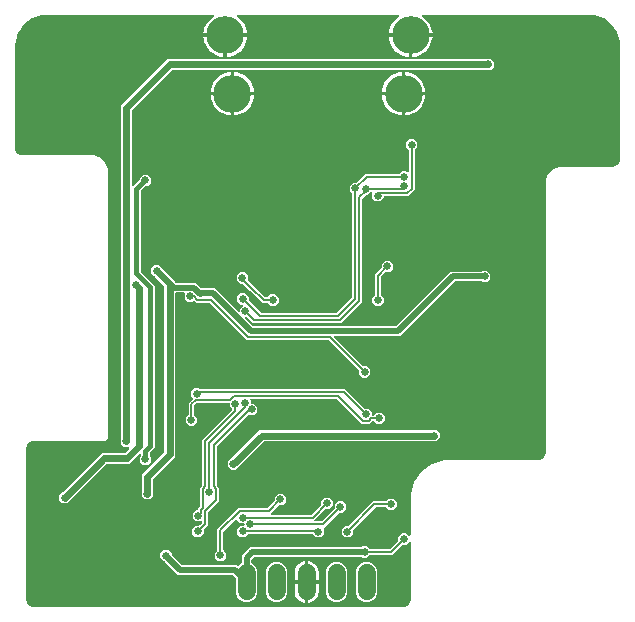
<source format=gbr>
G04 EAGLE Gerber RS-274X export*
G75*
%MOMM*%
%FSLAX34Y34*%
%LPD*%
%INBottom Copper*%
%IPPOS*%
%AMOC8*
5,1,8,0,0,1.08239X$1,22.5*%
G01*
%ADD10C,3.200000*%
%ADD11C,1.524000*%
%ADD12C,0.654800*%
%ADD13C,0.203200*%
%ADD14C,0.200000*%
%ADD15C,0.508000*%
%ADD16C,0.406400*%
%ADD17C,7.000000*%
%ADD18C,0.609600*%
%ADD19C,0.152400*%

G36*
X256726Y-140394D02*
X256726Y-140394D01*
X256775Y-140394D01*
X257784Y-140295D01*
X257811Y-140287D01*
X257840Y-140287D01*
X258001Y-140240D01*
X259866Y-139468D01*
X259922Y-139433D01*
X259982Y-139408D01*
X260047Y-139356D01*
X260075Y-139338D01*
X260087Y-139323D01*
X260113Y-139303D01*
X261540Y-137875D01*
X261578Y-137822D01*
X261624Y-137775D01*
X261665Y-137702D01*
X261684Y-137676D01*
X261690Y-137657D01*
X261705Y-137628D01*
X262478Y-135763D01*
X262484Y-135736D01*
X262497Y-135711D01*
X262532Y-135546D01*
X262632Y-134537D01*
X262630Y-134511D01*
X262635Y-134463D01*
X262635Y-85714D01*
X262624Y-85643D01*
X262622Y-85572D01*
X262604Y-85523D01*
X262596Y-85471D01*
X262562Y-85408D01*
X262537Y-85341D01*
X262505Y-85300D01*
X262480Y-85254D01*
X262428Y-85204D01*
X262384Y-85148D01*
X262340Y-85120D01*
X262302Y-85084D01*
X262237Y-85054D01*
X262177Y-85015D01*
X262126Y-85003D01*
X262079Y-84981D01*
X262008Y-84973D01*
X261938Y-84955D01*
X261886Y-84959D01*
X261835Y-84954D01*
X261764Y-84969D01*
X261693Y-84975D01*
X261645Y-84995D01*
X261594Y-85006D01*
X261533Y-85043D01*
X261467Y-85071D01*
X261411Y-85116D01*
X261383Y-85132D01*
X261368Y-85150D01*
X261336Y-85176D01*
X259163Y-87349D01*
X256262Y-87349D01*
X256172Y-87363D01*
X256081Y-87371D01*
X256051Y-87383D01*
X256019Y-87388D01*
X255939Y-87431D01*
X255855Y-87467D01*
X255823Y-87493D01*
X255802Y-87504D01*
X255780Y-87527D01*
X255724Y-87572D01*
X248810Y-94485D01*
X247108Y-96187D01*
X228415Y-96187D01*
X228324Y-96202D01*
X228234Y-96209D01*
X228204Y-96222D01*
X228172Y-96227D01*
X228091Y-96270D01*
X228007Y-96305D01*
X227975Y-96331D01*
X227954Y-96342D01*
X227932Y-96365D01*
X227876Y-96410D01*
X225825Y-98461D01*
X221850Y-98461D01*
X221339Y-97950D01*
X221265Y-97897D01*
X221195Y-97838D01*
X221165Y-97825D01*
X221139Y-97807D01*
X221052Y-97780D01*
X220967Y-97746D01*
X220926Y-97741D01*
X220904Y-97734D01*
X220872Y-97735D01*
X220800Y-97727D01*
X130586Y-97727D01*
X130496Y-97742D01*
X130405Y-97749D01*
X130376Y-97762D01*
X130344Y-97767D01*
X130263Y-97810D01*
X130179Y-97845D01*
X130147Y-97871D01*
X130126Y-97882D01*
X130104Y-97905D01*
X130048Y-97950D01*
X128113Y-99886D01*
X128060Y-99960D01*
X128000Y-100029D01*
X127988Y-100059D01*
X127969Y-100085D01*
X127942Y-100172D01*
X127908Y-100257D01*
X127904Y-100298D01*
X127897Y-100321D01*
X127898Y-100353D01*
X127890Y-100424D01*
X127890Y-102719D01*
X127909Y-102834D01*
X127926Y-102950D01*
X127928Y-102956D01*
X127929Y-102962D01*
X127984Y-103065D01*
X128037Y-103170D01*
X128042Y-103174D01*
X128045Y-103179D01*
X128129Y-103259D01*
X128213Y-103342D01*
X128219Y-103345D01*
X128223Y-103349D01*
X128240Y-103357D01*
X128360Y-103423D01*
X129005Y-103690D01*
X131578Y-106262D01*
X132970Y-109624D01*
X132970Y-128501D01*
X131578Y-131863D01*
X129005Y-134435D01*
X125644Y-135827D01*
X122006Y-135827D01*
X118645Y-134435D01*
X116072Y-131863D01*
X114680Y-128501D01*
X114680Y-115981D01*
X114666Y-115891D01*
X114658Y-115800D01*
X114646Y-115771D01*
X114641Y-115739D01*
X114598Y-115658D01*
X114562Y-115574D01*
X114536Y-115542D01*
X114525Y-115521D01*
X114502Y-115499D01*
X114457Y-115443D01*
X112240Y-113226D01*
X112166Y-113173D01*
X112096Y-113113D01*
X112066Y-113101D01*
X112040Y-113082D01*
X111953Y-113055D01*
X111868Y-113021D01*
X111827Y-113017D01*
X111805Y-113010D01*
X111773Y-113011D01*
X111702Y-113003D01*
X65979Y-113003D01*
X54836Y-101859D01*
X54762Y-101806D01*
X54692Y-101747D01*
X54662Y-101734D01*
X54636Y-101716D01*
X54549Y-101689D01*
X54464Y-101655D01*
X54423Y-101650D01*
X54401Y-101643D01*
X54369Y-101644D01*
X54298Y-101636D01*
X53575Y-101636D01*
X50764Y-98825D01*
X50764Y-94850D01*
X53575Y-92039D01*
X57550Y-92039D01*
X60361Y-94850D01*
X60361Y-95573D01*
X60376Y-95663D01*
X60383Y-95754D01*
X60396Y-95783D01*
X60401Y-95815D01*
X60444Y-95896D01*
X60479Y-95980D01*
X60505Y-96012D01*
X60516Y-96033D01*
X60539Y-96055D01*
X60584Y-96111D01*
X69124Y-104650D01*
X69198Y-104703D01*
X69267Y-104763D01*
X69297Y-104775D01*
X69323Y-104794D01*
X69410Y-104821D01*
X69495Y-104855D01*
X69536Y-104859D01*
X69559Y-104866D01*
X69591Y-104865D01*
X69662Y-104873D01*
X115384Y-104873D01*
X115885Y-105374D01*
X115901Y-105385D01*
X115913Y-105401D01*
X116000Y-105457D01*
X116084Y-105517D01*
X116103Y-105523D01*
X116120Y-105534D01*
X116221Y-105559D01*
X116319Y-105590D01*
X116339Y-105589D01*
X116359Y-105594D01*
X116462Y-105586D01*
X116565Y-105583D01*
X116584Y-105576D01*
X116604Y-105575D01*
X116699Y-105534D01*
X116796Y-105499D01*
X116812Y-105486D01*
X116830Y-105479D01*
X116961Y-105374D01*
X118645Y-103690D01*
X119290Y-103423D01*
X119390Y-103361D01*
X119490Y-103301D01*
X119494Y-103296D01*
X119499Y-103293D01*
X119574Y-103203D01*
X119650Y-103114D01*
X119652Y-103108D01*
X119656Y-103104D01*
X119698Y-102995D01*
X119742Y-102886D01*
X119743Y-102878D01*
X119744Y-102874D01*
X119745Y-102856D01*
X119760Y-102719D01*
X119760Y-96741D01*
X126904Y-89598D01*
X220800Y-89598D01*
X220891Y-89583D01*
X220981Y-89576D01*
X221011Y-89563D01*
X221043Y-89558D01*
X221124Y-89515D01*
X221208Y-89480D01*
X221240Y-89454D01*
X221261Y-89443D01*
X221283Y-89420D01*
X221339Y-89375D01*
X221850Y-88864D01*
X225825Y-88864D01*
X227876Y-90915D01*
X227950Y-90968D01*
X228020Y-91027D01*
X228050Y-91040D01*
X228076Y-91058D01*
X228163Y-91085D01*
X228248Y-91119D01*
X228289Y-91124D01*
X228311Y-91131D01*
X228343Y-91130D01*
X228415Y-91138D01*
X244701Y-91138D01*
X244792Y-91123D01*
X244882Y-91116D01*
X244912Y-91103D01*
X244944Y-91098D01*
X245025Y-91055D01*
X245109Y-91020D01*
X245141Y-90994D01*
X245162Y-90983D01*
X245184Y-90960D01*
X245240Y-90915D01*
X252153Y-84001D01*
X252206Y-83927D01*
X252266Y-83858D01*
X252278Y-83828D01*
X252297Y-83801D01*
X252324Y-83715D01*
X252358Y-83630D01*
X252362Y-83589D01*
X252369Y-83566D01*
X252368Y-83534D01*
X252376Y-83463D01*
X252376Y-80562D01*
X255187Y-77751D01*
X259163Y-77751D01*
X261336Y-79924D01*
X261394Y-79966D01*
X261446Y-80016D01*
X261493Y-80037D01*
X261535Y-80068D01*
X261604Y-80089D01*
X261669Y-80119D01*
X261721Y-80125D01*
X261771Y-80140D01*
X261842Y-80138D01*
X261913Y-80146D01*
X261964Y-80135D01*
X262016Y-80134D01*
X262084Y-80109D01*
X262154Y-80094D01*
X262199Y-80067D01*
X262247Y-80049D01*
X262303Y-80005D01*
X262365Y-79968D01*
X262399Y-79928D01*
X262439Y-79896D01*
X262478Y-79835D01*
X262525Y-79781D01*
X262544Y-79733D01*
X262572Y-79689D01*
X262590Y-79619D01*
X262617Y-79553D01*
X262625Y-79481D01*
X262633Y-79450D01*
X262631Y-79427D01*
X262635Y-79386D01*
X262635Y-44455D01*
X265970Y-34192D01*
X272312Y-25462D01*
X281042Y-19120D01*
X291305Y-15785D01*
X371000Y-15785D01*
X371026Y-15781D01*
X371075Y-15782D01*
X372084Y-15682D01*
X372111Y-15675D01*
X372140Y-15675D01*
X372301Y-15628D01*
X374166Y-14855D01*
X374222Y-14821D01*
X374282Y-14795D01*
X374347Y-14743D01*
X374375Y-14726D01*
X374387Y-14711D01*
X374413Y-14690D01*
X375840Y-13263D01*
X375878Y-13210D01*
X375924Y-13163D01*
X375965Y-13090D01*
X375984Y-13063D01*
X375990Y-13045D01*
X376005Y-13016D01*
X376778Y-11151D01*
X376784Y-11123D01*
X376797Y-11098D01*
X376832Y-10934D01*
X376932Y-9925D01*
X376930Y-9898D01*
X376935Y-9850D01*
X376935Y221398D01*
X379076Y226567D01*
X383033Y230524D01*
X388202Y232665D01*
X434300Y232665D01*
X434326Y232669D01*
X434375Y232668D01*
X435384Y232768D01*
X435411Y232775D01*
X435440Y232775D01*
X435601Y232822D01*
X437466Y233595D01*
X437522Y233629D01*
X437582Y233655D01*
X437647Y233707D01*
X437675Y233724D01*
X437687Y233739D01*
X437713Y233760D01*
X439140Y235187D01*
X439178Y235240D01*
X439224Y235287D01*
X439265Y235360D01*
X439284Y235387D01*
X439290Y235405D01*
X439305Y235434D01*
X440078Y237299D01*
X440084Y237327D01*
X440097Y237352D01*
X440132Y237516D01*
X440232Y238525D01*
X440230Y238552D01*
X440235Y238600D01*
X440235Y335050D01*
X440232Y335072D01*
X440233Y335110D01*
X439923Y339048D01*
X439922Y339053D01*
X439922Y339059D01*
X439888Y339223D01*
X437454Y346714D01*
X437438Y346746D01*
X437429Y346780D01*
X437346Y346926D01*
X432717Y353298D01*
X432691Y353323D01*
X432672Y353354D01*
X432548Y353467D01*
X426176Y358096D01*
X426158Y358105D01*
X426152Y358111D01*
X426141Y358115D01*
X426117Y358135D01*
X425964Y358204D01*
X418473Y360638D01*
X418468Y360639D01*
X418463Y360641D01*
X418298Y360673D01*
X414360Y360983D01*
X414338Y360981D01*
X414300Y360985D01*
X273174Y360985D01*
X273127Y360978D01*
X273079Y360979D01*
X273006Y360958D01*
X272931Y360946D01*
X272889Y360923D01*
X272843Y360909D01*
X272781Y360866D01*
X272714Y360830D01*
X272681Y360796D01*
X272642Y360768D01*
X272597Y360707D01*
X272545Y360652D01*
X272524Y360609D01*
X272496Y360570D01*
X272473Y360498D01*
X272441Y360429D01*
X272436Y360381D01*
X272421Y360336D01*
X272422Y360260D01*
X272414Y360185D01*
X272424Y360138D01*
X272425Y360090D01*
X272450Y360018D01*
X272466Y359944D01*
X272491Y359903D01*
X272507Y359858D01*
X272554Y359798D01*
X272592Y359733D01*
X272629Y359702D01*
X272658Y359664D01*
X272762Y359588D01*
X272779Y359573D01*
X272786Y359571D01*
X272794Y359565D01*
X273098Y359389D01*
X275026Y357910D01*
X276745Y356191D01*
X278224Y354263D01*
X279439Y352158D01*
X280369Y349912D01*
X280998Y347565D01*
X281275Y345463D01*
X263537Y345463D01*
X263517Y345460D01*
X263498Y345462D01*
X263396Y345440D01*
X263294Y345423D01*
X263277Y345414D01*
X263257Y345410D01*
X263168Y345357D01*
X263077Y345308D01*
X263063Y345294D01*
X263046Y345284D01*
X262979Y345205D01*
X262908Y345130D01*
X262899Y345112D01*
X262886Y345097D01*
X262848Y345001D01*
X262804Y344907D01*
X262802Y344887D01*
X262794Y344869D01*
X262776Y344702D01*
X262776Y343939D01*
X262774Y343939D01*
X262774Y344702D01*
X262771Y344722D01*
X262773Y344741D01*
X262751Y344843D01*
X262734Y344945D01*
X262725Y344962D01*
X262721Y344982D01*
X262668Y345071D01*
X262619Y345162D01*
X262605Y345176D01*
X262595Y345193D01*
X262516Y345260D01*
X262441Y345331D01*
X262423Y345340D01*
X262408Y345353D01*
X262312Y345392D01*
X262218Y345435D01*
X262198Y345437D01*
X262180Y345445D01*
X262013Y345463D01*
X244275Y345463D01*
X244552Y347565D01*
X245181Y349912D01*
X246111Y352158D01*
X247326Y354263D01*
X248805Y356191D01*
X250524Y357910D01*
X252452Y359389D01*
X252756Y359565D01*
X252794Y359595D01*
X252836Y359618D01*
X252888Y359672D01*
X252947Y359721D01*
X252972Y359761D01*
X253005Y359796D01*
X253037Y359865D01*
X253077Y359929D01*
X253089Y359975D01*
X253109Y360019D01*
X253117Y360094D01*
X253135Y360168D01*
X253131Y360216D01*
X253136Y360263D01*
X253120Y360338D01*
X253113Y360413D01*
X253094Y360457D01*
X253084Y360504D01*
X253045Y360569D01*
X253014Y360638D01*
X252982Y360674D01*
X252958Y360715D01*
X252900Y360764D01*
X252849Y360820D01*
X252807Y360844D01*
X252771Y360875D01*
X252700Y360903D01*
X252634Y360940D01*
X252587Y360949D01*
X252543Y360967D01*
X252414Y360981D01*
X252392Y360985D01*
X252386Y360984D01*
X252376Y360985D01*
X116174Y360985D01*
X116127Y360978D01*
X116079Y360979D01*
X116006Y360958D01*
X115931Y360946D01*
X115889Y360923D01*
X115843Y360909D01*
X115781Y360866D01*
X115714Y360830D01*
X115681Y360796D01*
X115642Y360768D01*
X115597Y360707D01*
X115545Y360652D01*
X115524Y360609D01*
X115496Y360570D01*
X115473Y360498D01*
X115441Y360429D01*
X115436Y360381D01*
X115421Y360336D01*
X115422Y360260D01*
X115414Y360185D01*
X115424Y360138D01*
X115425Y360090D01*
X115450Y360018D01*
X115466Y359944D01*
X115491Y359903D01*
X115507Y359858D01*
X115554Y359798D01*
X115592Y359733D01*
X115629Y359702D01*
X115658Y359664D01*
X115762Y359588D01*
X115779Y359573D01*
X115786Y359571D01*
X115794Y359565D01*
X116098Y359389D01*
X118026Y357910D01*
X119745Y356191D01*
X121224Y354263D01*
X122439Y352158D01*
X123369Y349912D01*
X123998Y347565D01*
X124275Y345463D01*
X106537Y345463D01*
X106517Y345460D01*
X106498Y345462D01*
X106396Y345440D01*
X106294Y345423D01*
X106277Y345414D01*
X106257Y345410D01*
X106168Y345357D01*
X106077Y345308D01*
X106063Y345294D01*
X106046Y345284D01*
X105979Y345205D01*
X105908Y345130D01*
X105899Y345112D01*
X105886Y345097D01*
X105848Y345001D01*
X105804Y344907D01*
X105802Y344887D01*
X105794Y344869D01*
X105776Y344702D01*
X105776Y343939D01*
X105774Y343939D01*
X105774Y344702D01*
X105771Y344722D01*
X105773Y344741D01*
X105751Y344843D01*
X105734Y344945D01*
X105725Y344962D01*
X105721Y344982D01*
X105668Y345071D01*
X105619Y345162D01*
X105605Y345176D01*
X105595Y345193D01*
X105516Y345260D01*
X105441Y345331D01*
X105423Y345340D01*
X105408Y345353D01*
X105312Y345392D01*
X105218Y345435D01*
X105198Y345437D01*
X105180Y345445D01*
X105013Y345463D01*
X87275Y345463D01*
X87552Y347565D01*
X88181Y349912D01*
X89111Y352158D01*
X90326Y354263D01*
X91805Y356191D01*
X93524Y357910D01*
X95452Y359389D01*
X95756Y359565D01*
X95794Y359595D01*
X95836Y359618D01*
X95888Y359672D01*
X95947Y359721D01*
X95972Y359761D01*
X96005Y359796D01*
X96037Y359865D01*
X96077Y359929D01*
X96089Y359975D01*
X96109Y360019D01*
X96117Y360094D01*
X96135Y360168D01*
X96131Y360216D01*
X96136Y360263D01*
X96120Y360338D01*
X96113Y360413D01*
X96094Y360457D01*
X96084Y360504D01*
X96045Y360569D01*
X96014Y360638D01*
X95982Y360674D01*
X95958Y360715D01*
X95900Y360764D01*
X95849Y360820D01*
X95807Y360844D01*
X95771Y360875D01*
X95700Y360903D01*
X95634Y360940D01*
X95587Y360949D01*
X95543Y360967D01*
X95414Y360981D01*
X95392Y360985D01*
X95386Y360984D01*
X95376Y360985D01*
X-46200Y360985D01*
X-46222Y360982D01*
X-46260Y360983D01*
X-50198Y360673D01*
X-50203Y360672D01*
X-50209Y360672D01*
X-50373Y360638D01*
X-57864Y358204D01*
X-57896Y358188D01*
X-57930Y358179D01*
X-58076Y358096D01*
X-64448Y353467D01*
X-64473Y353441D01*
X-64504Y353422D01*
X-64617Y353298D01*
X-69246Y346926D01*
X-69262Y346894D01*
X-69285Y346867D01*
X-69354Y346714D01*
X-71788Y339223D01*
X-71789Y339218D01*
X-71791Y339213D01*
X-71823Y339048D01*
X-72133Y335110D01*
X-72131Y335088D01*
X-72135Y335050D01*
X-72135Y247975D01*
X-72131Y247949D01*
X-72132Y247900D01*
X-72032Y246891D01*
X-72025Y246864D01*
X-72025Y246835D01*
X-71978Y246674D01*
X-71205Y244809D01*
X-71171Y244753D01*
X-71145Y244693D01*
X-71093Y244628D01*
X-71076Y244600D01*
X-71061Y244588D01*
X-71040Y244562D01*
X-69613Y243135D01*
X-69560Y243097D01*
X-69513Y243051D01*
X-69440Y243010D01*
X-69413Y242991D01*
X-69395Y242985D01*
X-69366Y242970D01*
X-67501Y242197D01*
X-67473Y242191D01*
X-67448Y242177D01*
X-67427Y242173D01*
X-67414Y242167D01*
X-67383Y242164D01*
X-67284Y242143D01*
X-66275Y242043D01*
X-66248Y242045D01*
X-66200Y242040D01*
X-4962Y242040D01*
X207Y239898D01*
X4163Y235942D01*
X6305Y230773D01*
X6305Y3079D01*
X3924Y698D01*
X-56675Y698D01*
X-56701Y694D01*
X-56750Y694D01*
X-57759Y595D01*
X-57786Y587D01*
X-57815Y587D01*
X-57976Y540D01*
X-59841Y-232D01*
X-59897Y-267D01*
X-59957Y-292D01*
X-60022Y-344D01*
X-60050Y-362D01*
X-60062Y-377D01*
X-60088Y-397D01*
X-61515Y-1825D01*
X-61553Y-1878D01*
X-61599Y-1925D01*
X-61640Y-1998D01*
X-61659Y-2024D01*
X-61665Y-2043D01*
X-61680Y-2072D01*
X-62453Y-3937D01*
X-62459Y-3964D01*
X-62472Y-3989D01*
X-62507Y-4154D01*
X-62607Y-5163D01*
X-62605Y-5189D01*
X-62610Y-5237D01*
X-62610Y-134462D01*
X-62606Y-134488D01*
X-62607Y-134537D01*
X-62507Y-135546D01*
X-62500Y-135574D01*
X-62500Y-135602D01*
X-62453Y-135763D01*
X-61680Y-137628D01*
X-61646Y-137684D01*
X-61620Y-137744D01*
X-61568Y-137809D01*
X-61551Y-137837D01*
X-61542Y-137844D01*
X-61535Y-137850D01*
X-61515Y-137875D01*
X-60088Y-139303D01*
X-60035Y-139341D01*
X-59988Y-139387D01*
X-59915Y-139427D01*
X-59888Y-139446D01*
X-59870Y-139452D01*
X-59841Y-139468D01*
X-57976Y-140240D01*
X-57948Y-140247D01*
X-57923Y-140260D01*
X-57759Y-140295D01*
X-56750Y-140394D01*
X-56723Y-140392D01*
X-56675Y-140398D01*
X256700Y-140398D01*
X256726Y-140394D01*
G37*
%LPC*%
G36*
X-32150Y-52424D02*
X-32150Y-52424D01*
X-34961Y-49613D01*
X-34961Y-45637D01*
X-32150Y-42826D01*
X-32146Y-42826D01*
X-32056Y-42812D01*
X-31965Y-42804D01*
X-31935Y-42792D01*
X-31903Y-42787D01*
X-31822Y-42744D01*
X-31739Y-42708D01*
X-31706Y-42682D01*
X-31686Y-42671D01*
X-31664Y-42648D01*
X-31608Y-42603D01*
X1281Y-9715D01*
X20148Y-9715D01*
X20238Y-9700D01*
X20329Y-9693D01*
X20359Y-9680D01*
X20391Y-9675D01*
X20471Y-9632D01*
X20555Y-9597D01*
X20588Y-9571D01*
X20608Y-9560D01*
X20630Y-9537D01*
X20686Y-9492D01*
X24080Y-6098D01*
X24122Y-6040D01*
X24171Y-5988D01*
X24193Y-5941D01*
X24223Y-5899D01*
X24245Y-5830D01*
X24275Y-5765D01*
X24280Y-5713D01*
X24296Y-5663D01*
X24294Y-5592D01*
X24302Y-5521D01*
X24291Y-5470D01*
X24289Y-5418D01*
X24265Y-5350D01*
X24250Y-5280D01*
X24223Y-5235D01*
X24205Y-5187D01*
X24160Y-5131D01*
X24123Y-5069D01*
X24084Y-5035D01*
X24051Y-4995D01*
X23991Y-4956D01*
X23937Y-4909D01*
X23888Y-4890D01*
X23844Y-4862D01*
X23775Y-4844D01*
X23708Y-4817D01*
X23637Y-4809D01*
X23606Y-4801D01*
X23583Y-4803D01*
X23542Y-4799D01*
X19937Y-4799D01*
X17126Y-1988D01*
X17126Y1988D01*
X17129Y1991D01*
X17182Y2065D01*
X17242Y2134D01*
X17254Y2164D01*
X17273Y2190D01*
X17300Y2277D01*
X17334Y2362D01*
X17338Y2403D01*
X17345Y2426D01*
X17344Y2458D01*
X17352Y2529D01*
X17352Y284169D01*
X56843Y323660D01*
X326083Y323660D01*
X326174Y323675D01*
X326264Y323682D01*
X326294Y323695D01*
X326326Y323700D01*
X326407Y323743D01*
X326491Y323778D01*
X326523Y323804D01*
X326544Y323815D01*
X326566Y323838D01*
X326622Y323883D01*
X326625Y323886D01*
X330600Y323886D01*
X333411Y321075D01*
X333411Y317100D01*
X330600Y314289D01*
X326625Y314289D01*
X326622Y314292D01*
X326548Y314345D01*
X326478Y314404D01*
X326448Y314417D01*
X326422Y314435D01*
X326335Y314462D01*
X326250Y314496D01*
X326209Y314501D01*
X326187Y314508D01*
X326155Y314507D01*
X326083Y314515D01*
X60947Y314515D01*
X60857Y314500D01*
X60766Y314493D01*
X60736Y314480D01*
X60704Y314475D01*
X60623Y314432D01*
X60540Y314397D01*
X60507Y314371D01*
X60487Y314360D01*
X60465Y314337D01*
X60409Y314292D01*
X26721Y280604D01*
X26668Y280530D01*
X26608Y280460D01*
X26596Y280430D01*
X26577Y280404D01*
X26550Y280317D01*
X26516Y280232D01*
X26512Y280191D01*
X26505Y280169D01*
X26506Y280137D01*
X26498Y280066D01*
X26498Y216246D01*
X26509Y216175D01*
X26511Y216103D01*
X26529Y216054D01*
X26537Y216003D01*
X26571Y215939D01*
X26596Y215872D01*
X26628Y215831D01*
X26653Y215785D01*
X26705Y215736D01*
X26749Y215680D01*
X26793Y215652D01*
X26831Y215616D01*
X26896Y215586D01*
X26956Y215547D01*
X27007Y215534D01*
X27054Y215512D01*
X27125Y215504D01*
X27195Y215487D01*
X27247Y215491D01*
X27298Y215485D01*
X27369Y215501D01*
X27440Y215506D01*
X27488Y215526D01*
X27539Y215538D01*
X27600Y215574D01*
X27666Y215602D01*
X27722Y215647D01*
X27750Y215664D01*
X27765Y215682D01*
X27797Y215707D01*
X33078Y220988D01*
X33131Y221062D01*
X33191Y221132D01*
X33203Y221162D01*
X33222Y221188D01*
X33249Y221275D01*
X33283Y221360D01*
X33287Y221401D01*
X33294Y221423D01*
X33293Y221455D01*
X33301Y221527D01*
X33301Y222968D01*
X36112Y225779D01*
X40088Y225779D01*
X42899Y222968D01*
X42899Y218992D01*
X40088Y216181D01*
X38647Y216181D01*
X38556Y216167D01*
X38466Y216159D01*
X38436Y216147D01*
X38404Y216142D01*
X38323Y216099D01*
X38239Y216063D01*
X38207Y216037D01*
X38186Y216026D01*
X38164Y216003D01*
X38108Y215958D01*
X34260Y212110D01*
X34207Y212036D01*
X34147Y211966D01*
X34135Y211936D01*
X34116Y211910D01*
X34089Y211823D01*
X34055Y211738D01*
X34051Y211697D01*
X34044Y211675D01*
X34045Y211643D01*
X34037Y211571D01*
X34037Y144029D01*
X34051Y143938D01*
X34059Y143848D01*
X34071Y143818D01*
X34076Y143786D01*
X34119Y143705D01*
X34155Y143621D01*
X34181Y143589D01*
X34192Y143568D01*
X34215Y143546D01*
X34260Y143490D01*
X43640Y134110D01*
X45947Y131803D01*
X45947Y-5068D01*
X43640Y-7374D01*
X41880Y-9135D01*
X41827Y-9209D01*
X41767Y-9278D01*
X41755Y-9308D01*
X41736Y-9335D01*
X41709Y-9422D01*
X41675Y-9506D01*
X41671Y-9547D01*
X41664Y-9570D01*
X41665Y-9602D01*
X41657Y-9673D01*
X41657Y-11695D01*
X41671Y-11785D01*
X41679Y-11876D01*
X41691Y-11906D01*
X41696Y-11938D01*
X41739Y-12018D01*
X41775Y-12102D01*
X41801Y-12134D01*
X41812Y-12155D01*
X41835Y-12177D01*
X41880Y-12233D01*
X42899Y-13252D01*
X42899Y-17228D01*
X40088Y-20039D01*
X36112Y-20039D01*
X33301Y-17228D01*
X33301Y-13252D01*
X34320Y-12233D01*
X34373Y-12159D01*
X34433Y-12090D01*
X34445Y-12060D01*
X34464Y-12034D01*
X34491Y-11947D01*
X34525Y-11862D01*
X34529Y-11821D01*
X34536Y-11798D01*
X34535Y-11766D01*
X34543Y-11695D01*
X34543Y-10406D01*
X34532Y-10336D01*
X34530Y-10264D01*
X34512Y-10215D01*
X34504Y-10164D01*
X34470Y-10100D01*
X34445Y-10033D01*
X34413Y-9992D01*
X34388Y-9946D01*
X34336Y-9897D01*
X34292Y-9841D01*
X34248Y-9813D01*
X34210Y-9777D01*
X34145Y-9747D01*
X34085Y-9708D01*
X34034Y-9695D01*
X33987Y-9673D01*
X33916Y-9665D01*
X33846Y-9648D01*
X33794Y-9652D01*
X33743Y-9646D01*
X33672Y-9661D01*
X33601Y-9667D01*
X33553Y-9687D01*
X33502Y-9698D01*
X33441Y-9735D01*
X33375Y-9763D01*
X33319Y-9808D01*
X33291Y-9825D01*
X33276Y-9842D01*
X33244Y-9868D01*
X24252Y-18860D01*
X5384Y-18860D01*
X5294Y-18875D01*
X5203Y-18882D01*
X5174Y-18895D01*
X5142Y-18900D01*
X5061Y-18943D01*
X4977Y-18978D01*
X4945Y-19004D01*
X4924Y-19015D01*
X4902Y-19038D01*
X4846Y-19083D01*
X-25141Y-49070D01*
X-25194Y-49144D01*
X-25253Y-49214D01*
X-25266Y-49244D01*
X-25284Y-49270D01*
X-25311Y-49357D01*
X-25345Y-49442D01*
X-25350Y-49483D01*
X-25357Y-49505D01*
X-25356Y-49537D01*
X-25364Y-49608D01*
X-25364Y-49613D01*
X-28175Y-52424D01*
X-32150Y-52424D01*
G37*
%LPD*%
%LPC*%
G36*
X37700Y-49157D02*
X37700Y-49157D01*
X34889Y-46346D01*
X34889Y-42371D01*
X34892Y-42368D01*
X34945Y-42294D01*
X35004Y-42224D01*
X35017Y-42194D01*
X35035Y-42168D01*
X35062Y-42081D01*
X35096Y-41996D01*
X35101Y-41955D01*
X35108Y-41933D01*
X35107Y-41901D01*
X35115Y-41829D01*
X35115Y-28177D01*
X53942Y-9350D01*
X53995Y-9276D01*
X54054Y-9206D01*
X54067Y-9176D01*
X54085Y-9150D01*
X54112Y-9063D01*
X54146Y-8978D01*
X54151Y-8937D01*
X54158Y-8915D01*
X54157Y-8883D01*
X54165Y-8812D01*
X54165Y131191D01*
X54150Y131281D01*
X54143Y131372D01*
X54130Y131401D01*
X54125Y131433D01*
X54082Y131514D01*
X54047Y131598D01*
X54021Y131630D01*
X54010Y131651D01*
X53987Y131673D01*
X53942Y131729D01*
X46230Y139441D01*
X46156Y139494D01*
X46086Y139553D01*
X46056Y139566D01*
X46030Y139584D01*
X45943Y139611D01*
X45858Y139645D01*
X45817Y139650D01*
X45795Y139657D01*
X45763Y139656D01*
X45692Y139664D01*
X45687Y139664D01*
X42876Y142475D01*
X42876Y146450D01*
X45687Y149261D01*
X49663Y149261D01*
X52474Y146450D01*
X52474Y146446D01*
X52488Y146356D01*
X52496Y146265D01*
X52508Y146235D01*
X52513Y146203D01*
X52556Y146122D01*
X52592Y146039D01*
X52618Y146006D01*
X52629Y145986D01*
X52652Y145964D01*
X52697Y145908D01*
X63310Y135294D01*
X63310Y135001D01*
X63313Y134981D01*
X63311Y134962D01*
X63333Y134860D01*
X63350Y134758D01*
X63359Y134741D01*
X63364Y134721D01*
X63417Y134632D01*
X63465Y134541D01*
X63479Y134527D01*
X63490Y134510D01*
X63568Y134443D01*
X63643Y134371D01*
X63661Y134363D01*
X63677Y134350D01*
X63773Y134311D01*
X63866Y134268D01*
X63886Y134266D01*
X63905Y134258D01*
X64071Y134240D01*
X80844Y134240D01*
X85383Y129700D01*
X85457Y129647D01*
X85527Y129588D01*
X85557Y129575D01*
X85583Y129557D01*
X85670Y129530D01*
X85755Y129496D01*
X85796Y129491D01*
X85818Y129484D01*
X85850Y129485D01*
X85921Y129477D01*
X96934Y129477D01*
X116802Y109609D01*
X116860Y109567D01*
X116912Y109518D01*
X116959Y109496D01*
X117002Y109465D01*
X117070Y109444D01*
X117135Y109414D01*
X117187Y109408D01*
X117237Y109393D01*
X117308Y109395D01*
X117380Y109387D01*
X117431Y109398D01*
X117483Y109399D01*
X117550Y109424D01*
X117620Y109439D01*
X117665Y109466D01*
X117714Y109484D01*
X117770Y109529D01*
X117831Y109565D01*
X117865Y109605D01*
X117906Y109638D01*
X117944Y109698D01*
X117991Y109752D01*
X118011Y109801D01*
X118039Y109844D01*
X118056Y109914D01*
X118083Y109981D01*
X118091Y110052D01*
X118099Y110083D01*
X118097Y110106D01*
X118101Y110147D01*
X118101Y112188D01*
X120465Y114552D01*
X120507Y114610D01*
X120557Y114662D01*
X120578Y114709D01*
X120609Y114751D01*
X120630Y114820D01*
X120660Y114885D01*
X120666Y114937D01*
X120681Y114987D01*
X120679Y115058D01*
X120687Y115129D01*
X120676Y115180D01*
X120675Y115232D01*
X120650Y115300D01*
X120635Y115370D01*
X120608Y115415D01*
X120590Y115463D01*
X120546Y115519D01*
X120509Y115581D01*
X120469Y115615D01*
X120437Y115655D01*
X120376Y115694D01*
X120322Y115741D01*
X120274Y115760D01*
X120230Y115788D01*
X120160Y115806D01*
X120094Y115833D01*
X120022Y115841D01*
X119991Y115849D01*
X119968Y115847D01*
X119927Y115851D01*
X118662Y115851D01*
X115851Y118662D01*
X115851Y122638D01*
X118662Y125449D01*
X122638Y125449D01*
X125449Y122638D01*
X125449Y119737D01*
X125463Y119647D01*
X125471Y119556D01*
X125483Y119526D01*
X125488Y119494D01*
X125531Y119414D01*
X125567Y119330D01*
X125593Y119298D01*
X125604Y119277D01*
X125627Y119255D01*
X125672Y119199D01*
X135760Y109110D01*
X135834Y109057D01*
X135904Y108998D01*
X135934Y108985D01*
X135960Y108967D01*
X136047Y108940D01*
X136132Y108906D01*
X136173Y108901D01*
X136195Y108894D01*
X136227Y108895D01*
X136299Y108887D01*
X200251Y108887D01*
X200341Y108902D01*
X200432Y108909D01*
X200462Y108922D01*
X200494Y108927D01*
X200575Y108970D01*
X200659Y109005D01*
X200691Y109031D01*
X200712Y109042D01*
X200734Y109065D01*
X200790Y109110D01*
X213152Y121473D01*
X213205Y121547D01*
X213265Y121616D01*
X213277Y121646D01*
X213296Y121673D01*
X213323Y121760D01*
X213357Y121844D01*
X213361Y121885D01*
X213368Y121908D01*
X213367Y121940D01*
X213375Y122011D01*
X213375Y209735D01*
X213361Y209826D01*
X213353Y209916D01*
X213341Y209946D01*
X213336Y209978D01*
X213293Y210059D01*
X213257Y210143D01*
X213231Y210175D01*
X213220Y210196D01*
X213197Y210218D01*
X213152Y210274D01*
X211101Y212325D01*
X211101Y216300D01*
X213912Y219111D01*
X216813Y219111D01*
X216903Y219126D01*
X216994Y219133D01*
X217024Y219146D01*
X217056Y219151D01*
X217136Y219194D01*
X217220Y219229D01*
X217252Y219255D01*
X217273Y219266D01*
X217295Y219289D01*
X217351Y219334D01*
X224514Y226497D01*
X252598Y226497D01*
X252688Y226511D01*
X252779Y226519D01*
X252809Y226531D01*
X252841Y226536D01*
X252921Y226579D01*
X253005Y226615D01*
X253037Y226641D01*
X253058Y226652D01*
X253080Y226675D01*
X253136Y226720D01*
X255187Y228771D01*
X259163Y228771D01*
X259701Y228233D01*
X259759Y228191D01*
X259811Y228141D01*
X259858Y228120D01*
X259900Y228089D01*
X259969Y228068D01*
X260034Y228038D01*
X260086Y228032D01*
X260136Y228017D01*
X260207Y228019D01*
X260278Y228011D01*
X260329Y228022D01*
X260381Y228023D01*
X260449Y228048D01*
X260519Y228063D01*
X260564Y228090D01*
X260612Y228108D01*
X260668Y228152D01*
X260730Y228189D01*
X260764Y228229D01*
X260804Y228261D01*
X260843Y228322D01*
X260890Y228376D01*
X260909Y228424D01*
X260937Y228468D01*
X260955Y228538D01*
X260982Y228604D01*
X260990Y228676D01*
X260998Y228707D01*
X260996Y228730D01*
X261000Y228771D01*
X261000Y246248D01*
X260986Y246338D01*
X260978Y246429D01*
X260966Y246459D01*
X260961Y246491D01*
X260918Y246571D01*
X260882Y246655D01*
X260856Y246688D01*
X260845Y246708D01*
X260822Y246730D01*
X260777Y246786D01*
X258726Y248837D01*
X258726Y252813D01*
X261537Y255624D01*
X265513Y255624D01*
X268324Y252813D01*
X268324Y248837D01*
X266273Y246786D01*
X266220Y246712D01*
X266160Y246643D01*
X266148Y246613D01*
X266129Y246587D01*
X266102Y246500D01*
X266068Y246415D01*
X266064Y246374D01*
X266057Y246351D01*
X266058Y246319D01*
X266050Y246248D01*
X266050Y213005D01*
X260622Y207577D01*
X240510Y207577D01*
X240490Y207574D01*
X240471Y207576D01*
X240369Y207554D01*
X240267Y207538D01*
X240250Y207528D01*
X240230Y207524D01*
X240141Y207471D01*
X240050Y207422D01*
X240036Y207408D01*
X240019Y207398D01*
X239952Y207319D01*
X239880Y207244D01*
X239872Y207226D01*
X239859Y207211D01*
X239820Y207115D01*
X239777Y207021D01*
X239775Y207001D01*
X239767Y206983D01*
X239749Y206816D01*
X239749Y205975D01*
X236938Y203164D01*
X232962Y203164D01*
X230151Y205975D01*
X230151Y209956D01*
X230179Y209994D01*
X230229Y210046D01*
X230250Y210094D01*
X230281Y210136D01*
X230302Y210205D01*
X230332Y210270D01*
X230338Y210321D01*
X230353Y210371D01*
X230351Y210443D01*
X230359Y210514D01*
X230348Y210565D01*
X230347Y210617D01*
X230322Y210684D01*
X230307Y210754D01*
X230280Y210799D01*
X230262Y210848D01*
X230218Y210904D01*
X230181Y210965D01*
X230141Y210999D01*
X230109Y211040D01*
X230048Y211079D01*
X229994Y211125D01*
X229946Y211145D01*
X229902Y211173D01*
X229832Y211190D01*
X229766Y211217D01*
X229695Y211225D01*
X229663Y211233D01*
X229640Y211231D01*
X229599Y211236D01*
X229111Y211236D01*
X229021Y211221D01*
X228930Y211214D01*
X228900Y211201D01*
X228868Y211196D01*
X228788Y211153D01*
X228704Y211118D01*
X228672Y211092D01*
X228651Y211081D01*
X228629Y211058D01*
X228573Y211013D01*
X226522Y208962D01*
X225548Y208962D01*
X225458Y208947D01*
X225367Y208940D01*
X225337Y208927D01*
X225305Y208922D01*
X225224Y208879D01*
X225140Y208844D01*
X225108Y208818D01*
X225087Y208807D01*
X225065Y208784D01*
X225009Y208739D01*
X222172Y205901D01*
X222119Y205827D01*
X222059Y205758D01*
X222047Y205728D01*
X222028Y205701D01*
X222001Y205614D01*
X221967Y205530D01*
X221963Y205489D01*
X221956Y205466D01*
X221957Y205434D01*
X221949Y205363D01*
X221949Y118144D01*
X204118Y100314D01*
X129216Y100314D01*
X124351Y105178D01*
X124277Y105232D01*
X124208Y105291D01*
X124178Y105303D01*
X124152Y105322D01*
X124065Y105349D01*
X123980Y105383D01*
X123939Y105388D01*
X123917Y105394D01*
X123884Y105394D01*
X123813Y105401D01*
X122847Y105401D01*
X122777Y105390D01*
X122705Y105388D01*
X122656Y105370D01*
X122604Y105362D01*
X122541Y105328D01*
X122474Y105304D01*
X122433Y105271D01*
X122387Y105247D01*
X122338Y105195D01*
X122282Y105150D01*
X122254Y105106D01*
X122218Y105068D01*
X122188Y105003D01*
X122149Y104943D01*
X122136Y104892D01*
X122114Y104845D01*
X122106Y104774D01*
X122089Y104704D01*
X122093Y104652D01*
X122087Y104601D01*
X122102Y104531D01*
X122108Y104459D01*
X122128Y104411D01*
X122139Y104360D01*
X122176Y104299D01*
X122204Y104233D01*
X122249Y104177D01*
X122265Y104149D01*
X122283Y104134D01*
X122309Y104102D01*
X128811Y97600D01*
X128885Y97547D01*
X128955Y97487D01*
X128985Y97475D01*
X129011Y97456D01*
X129098Y97429D01*
X129183Y97395D01*
X129224Y97391D01*
X129246Y97384D01*
X129278Y97385D01*
X129349Y97377D01*
X250063Y97377D01*
X250153Y97391D01*
X250244Y97399D01*
X250274Y97411D01*
X250306Y97416D01*
X250386Y97459D01*
X250470Y97495D01*
X250502Y97521D01*
X250523Y97532D01*
X250545Y97555D01*
X250601Y97600D01*
X296766Y143765D01*
X322400Y143765D01*
X322491Y143779D01*
X322581Y143787D01*
X322611Y143799D01*
X322643Y143804D01*
X322724Y143847D01*
X322808Y143883D01*
X322840Y143909D01*
X322861Y143920D01*
X322883Y143943D01*
X322939Y143988D01*
X323450Y144499D01*
X327425Y144499D01*
X330236Y141688D01*
X330236Y137712D01*
X327425Y134901D01*
X323450Y134901D01*
X322939Y135412D01*
X322865Y135465D01*
X322795Y135525D01*
X322765Y135537D01*
X322739Y135556D01*
X322652Y135583D01*
X322567Y135617D01*
X322526Y135621D01*
X322504Y135628D01*
X322472Y135627D01*
X322400Y135635D01*
X300449Y135635D01*
X300359Y135621D01*
X300268Y135613D01*
X300238Y135601D01*
X300206Y135596D01*
X300126Y135553D01*
X300042Y135517D01*
X300010Y135491D01*
X299989Y135480D01*
X299967Y135457D01*
X299911Y135412D01*
X253746Y89247D01*
X198736Y89247D01*
X198665Y89236D01*
X198594Y89234D01*
X198545Y89216D01*
X198493Y89208D01*
X198430Y89174D01*
X198363Y89149D01*
X198322Y89117D01*
X198276Y89092D01*
X198227Y89040D01*
X198171Y88996D01*
X198142Y88952D01*
X198107Y88914D01*
X198076Y88849D01*
X198038Y88789D01*
X198025Y88738D01*
X198003Y88691D01*
X197995Y88620D01*
X197978Y88550D01*
X197982Y88498D01*
X197976Y88447D01*
X197991Y88376D01*
X197997Y88305D01*
X198017Y88257D01*
X198028Y88206D01*
X198065Y88145D01*
X198093Y88079D01*
X198138Y88023D01*
X198154Y87995D01*
X198172Y87980D01*
X198198Y87948D01*
X222386Y63759D01*
X222460Y63706D01*
X222530Y63647D01*
X222560Y63634D01*
X222586Y63616D01*
X222673Y63589D01*
X222758Y63555D01*
X222799Y63550D01*
X222821Y63543D01*
X222853Y63544D01*
X222925Y63536D01*
X225825Y63536D01*
X228636Y60725D01*
X228636Y56750D01*
X225825Y53939D01*
X221850Y53939D01*
X219039Y56750D01*
X219039Y59650D01*
X219024Y59740D01*
X219017Y59831D01*
X219004Y59861D01*
X218999Y59893D01*
X218956Y59974D01*
X218921Y60058D01*
X218895Y60090D01*
X218884Y60111D01*
X218861Y60133D01*
X218816Y60189D01*
X193504Y85500D01*
X193430Y85553D01*
X193361Y85613D01*
X193331Y85625D01*
X193304Y85644D01*
X193217Y85671D01*
X193133Y85705D01*
X193092Y85709D01*
X193069Y85716D01*
X193037Y85715D01*
X192966Y85723D01*
X124207Y85723D01*
X92680Y117250D01*
X92606Y117303D01*
X92537Y117363D01*
X92506Y117375D01*
X92480Y117394D01*
X92393Y117421D01*
X92308Y117455D01*
X92268Y117459D01*
X92245Y117466D01*
X92213Y117465D01*
X92142Y117473D01*
X81130Y117473D01*
X79875Y118728D01*
X79859Y118740D01*
X79846Y118755D01*
X79759Y118811D01*
X79675Y118872D01*
X79656Y118878D01*
X79639Y118888D01*
X79539Y118914D01*
X79440Y118944D01*
X79420Y118944D01*
X79401Y118948D01*
X79298Y118940D01*
X79194Y118938D01*
X79175Y118931D01*
X79155Y118929D01*
X79060Y118889D01*
X78963Y118853D01*
X78947Y118841D01*
X78929Y118833D01*
X78798Y118728D01*
X78108Y118038D01*
X74133Y118038D01*
X71322Y120849D01*
X71322Y124830D01*
X71350Y124869D01*
X71399Y124921D01*
X71421Y124968D01*
X71451Y125010D01*
X71472Y125079D01*
X71503Y125144D01*
X71508Y125196D01*
X71524Y125245D01*
X71522Y125317D01*
X71530Y125388D01*
X71519Y125439D01*
X71517Y125491D01*
X71493Y125559D01*
X71478Y125629D01*
X71451Y125674D01*
X71433Y125722D01*
X71388Y125778D01*
X71351Y125840D01*
X71312Y125874D01*
X71279Y125914D01*
X71219Y125953D01*
X71164Y126000D01*
X71116Y126019D01*
X71072Y126047D01*
X71003Y126065D01*
X70936Y126092D01*
X70865Y126100D01*
X70834Y126108D01*
X70810Y126106D01*
X70770Y126110D01*
X64071Y126110D01*
X64052Y126107D01*
X64032Y126109D01*
X63931Y126087D01*
X63829Y126071D01*
X63811Y126061D01*
X63792Y126057D01*
X63703Y126004D01*
X63611Y125955D01*
X63598Y125941D01*
X63581Y125931D01*
X63513Y125852D01*
X63442Y125777D01*
X63434Y125759D01*
X63421Y125744D01*
X63382Y125648D01*
X63338Y125554D01*
X63336Y125534D01*
X63329Y125516D01*
X63310Y125349D01*
X63310Y-12915D01*
X44483Y-31742D01*
X44430Y-31816D01*
X44371Y-31886D01*
X44358Y-31916D01*
X44340Y-31942D01*
X44313Y-32029D01*
X44279Y-32114D01*
X44274Y-32155D01*
X44267Y-32177D01*
X44268Y-32209D01*
X44260Y-32280D01*
X44260Y-41829D01*
X44275Y-41920D01*
X44282Y-42010D01*
X44295Y-42040D01*
X44300Y-42072D01*
X44343Y-42153D01*
X44378Y-42237D01*
X44404Y-42269D01*
X44415Y-42290D01*
X44438Y-42312D01*
X44483Y-42368D01*
X44486Y-42371D01*
X44486Y-46346D01*
X41675Y-49157D01*
X37700Y-49157D01*
G37*
%LPD*%
%LPC*%
G36*
X80562Y-80999D02*
X80562Y-80999D01*
X77751Y-78188D01*
X77751Y-74212D01*
X80562Y-71401D01*
X83463Y-71401D01*
X83553Y-71387D01*
X83644Y-71379D01*
X83674Y-71367D01*
X83706Y-71362D01*
X83786Y-71319D01*
X83870Y-71283D01*
X83902Y-71257D01*
X83923Y-71246D01*
X83945Y-71223D01*
X84001Y-71178D01*
X86006Y-69173D01*
X86059Y-69099D01*
X86119Y-69030D01*
X86131Y-69000D01*
X86150Y-68973D01*
X86177Y-68886D01*
X86211Y-68802D01*
X86215Y-68761D01*
X86222Y-68738D01*
X86221Y-68706D01*
X86229Y-68635D01*
X86229Y-68257D01*
X86218Y-68187D01*
X86216Y-68115D01*
X86198Y-68066D01*
X86190Y-68015D01*
X86156Y-67951D01*
X86131Y-67884D01*
X86099Y-67843D01*
X86074Y-67797D01*
X86023Y-67748D01*
X85978Y-67692D01*
X85934Y-67664D01*
X85896Y-67628D01*
X85831Y-67598D01*
X85771Y-67559D01*
X85720Y-67546D01*
X85673Y-67524D01*
X85602Y-67516D01*
X85532Y-67499D01*
X85480Y-67503D01*
X85429Y-67497D01*
X85358Y-67512D01*
X85287Y-67518D01*
X85239Y-67538D01*
X85188Y-67549D01*
X85127Y-67586D01*
X85061Y-67614D01*
X85005Y-67659D01*
X84977Y-67676D01*
X84962Y-67693D01*
X84930Y-67719D01*
X84825Y-67824D01*
X80850Y-67824D01*
X78039Y-65013D01*
X78039Y-61037D01*
X80850Y-58226D01*
X81944Y-58226D01*
X81964Y-58223D01*
X81983Y-58225D01*
X82085Y-58203D01*
X82187Y-58187D01*
X82204Y-58177D01*
X82224Y-58173D01*
X82313Y-58120D01*
X82404Y-58071D01*
X82418Y-58057D01*
X82435Y-58047D01*
X82502Y-57968D01*
X82574Y-57893D01*
X82582Y-57875D01*
X82595Y-57860D01*
X82634Y-57764D01*
X82677Y-57670D01*
X82679Y-57650D01*
X82687Y-57632D01*
X82705Y-57465D01*
X82705Y-56745D01*
X83849Y-55602D01*
X83902Y-55528D01*
X83961Y-55458D01*
X83974Y-55428D01*
X83992Y-55402D01*
X84019Y-55315D01*
X84053Y-55230D01*
X84058Y-55189D01*
X84065Y-55167D01*
X84064Y-55135D01*
X84072Y-55064D01*
X84072Y-39422D01*
X86123Y-37371D01*
X86170Y-37305D01*
X86179Y-37296D01*
X86181Y-37291D01*
X86235Y-37228D01*
X86248Y-37197D01*
X86266Y-37171D01*
X86293Y-37084D01*
X86327Y-36999D01*
X86332Y-36959D01*
X86339Y-36936D01*
X86338Y-36904D01*
X86346Y-36833D01*
X86346Y1238D01*
X111552Y26444D01*
X111605Y26518D01*
X111665Y26587D01*
X111677Y26618D01*
X111696Y26644D01*
X111723Y26731D01*
X111757Y26816D01*
X111761Y26857D01*
X111768Y26879D01*
X111767Y26911D01*
X111775Y26982D01*
X111775Y27173D01*
X111761Y27263D01*
X111753Y27354D01*
X111741Y27384D01*
X111736Y27416D01*
X111693Y27496D01*
X111657Y27580D01*
X111631Y27612D01*
X111620Y27633D01*
X111597Y27655D01*
X111552Y27711D01*
X109501Y29762D01*
X109501Y31873D01*
X109498Y31893D01*
X109500Y31913D01*
X109478Y32014D01*
X109462Y32116D01*
X109452Y32134D01*
X109448Y32153D01*
X109395Y32242D01*
X109346Y32333D01*
X109332Y32347D01*
X109322Y32364D01*
X109243Y32432D01*
X109168Y32503D01*
X109150Y32511D01*
X109135Y32524D01*
X109039Y32563D01*
X108945Y32606D01*
X108925Y32609D01*
X108907Y32616D01*
X108740Y32635D01*
X81908Y32635D01*
X81817Y32620D01*
X81727Y32613D01*
X81697Y32600D01*
X81665Y32595D01*
X81584Y32552D01*
X81500Y32516D01*
X81468Y32491D01*
X81447Y32480D01*
X81425Y32456D01*
X81369Y32412D01*
X79531Y30573D01*
X79478Y30500D01*
X79419Y30430D01*
X79406Y30400D01*
X79388Y30374D01*
X79361Y30287D01*
X79327Y30202D01*
X79322Y30161D01*
X79315Y30139D01*
X79316Y30106D01*
X79308Y30035D01*
X79308Y22781D01*
X79323Y22691D01*
X79330Y22600D01*
X79343Y22571D01*
X79348Y22539D01*
X79391Y22458D01*
X79426Y22374D01*
X79452Y22342D01*
X79463Y22321D01*
X79486Y22299D01*
X79531Y22243D01*
X81820Y19954D01*
X81820Y15979D01*
X79009Y13168D01*
X75034Y13168D01*
X72223Y15979D01*
X72223Y19954D01*
X74512Y22243D01*
X74565Y22317D01*
X74624Y22387D01*
X74636Y22417D01*
X74655Y22443D01*
X74682Y22530D01*
X74716Y22615D01*
X74721Y22656D01*
X74728Y22678D01*
X74727Y22710D01*
X74735Y22781D01*
X74735Y32245D01*
X78301Y35811D01*
X78313Y35827D01*
X78328Y35840D01*
X78384Y35927D01*
X78445Y36011D01*
X78450Y36030D01*
X78461Y36047D01*
X78487Y36147D01*
X78517Y36246D01*
X78516Y36266D01*
X78521Y36285D01*
X78513Y36388D01*
X78511Y36492D01*
X78504Y36511D01*
X78502Y36531D01*
X78462Y36625D01*
X78426Y36723D01*
X78414Y36739D01*
X78406Y36757D01*
X78301Y36888D01*
X76695Y38494D01*
X76695Y42469D01*
X79506Y45280D01*
X83482Y45280D01*
X84501Y44261D01*
X84575Y44208D01*
X84644Y44148D01*
X84674Y44136D01*
X84701Y44117D01*
X84788Y44091D01*
X84872Y44056D01*
X84913Y44052D01*
X84936Y44045D01*
X84968Y44046D01*
X85039Y44038D01*
X206846Y44038D01*
X223002Y27882D01*
X223076Y27829D01*
X223146Y27769D01*
X223176Y27757D01*
X223202Y27738D01*
X223289Y27711D01*
X223374Y27677D01*
X223415Y27673D01*
X223437Y27666D01*
X223469Y27667D01*
X223541Y27659D01*
X226778Y27659D01*
X229589Y24848D01*
X229589Y22484D01*
X229590Y22475D01*
X229590Y22470D01*
X229592Y22462D01*
X229590Y22445D01*
X229612Y22343D01*
X229628Y22241D01*
X229638Y22224D01*
X229642Y22204D01*
X229695Y22115D01*
X229744Y22024D01*
X229758Y22010D01*
X229768Y21993D01*
X229847Y21926D01*
X229922Y21854D01*
X229940Y21846D01*
X229955Y21833D01*
X230051Y21794D01*
X230145Y21751D01*
X230165Y21749D01*
X230183Y21741D01*
X230350Y21723D01*
X231005Y21723D01*
X231095Y21737D01*
X231186Y21745D01*
X231215Y21757D01*
X231247Y21762D01*
X231328Y21805D01*
X231412Y21841D01*
X231444Y21867D01*
X231465Y21878D01*
X231487Y21901D01*
X231489Y21902D01*
X231490Y21903D01*
X231492Y21905D01*
X231543Y21946D01*
X233832Y24235D01*
X237807Y24235D01*
X240618Y21424D01*
X240618Y17448D01*
X237807Y14637D01*
X233832Y14637D01*
X231543Y16926D01*
X231469Y16979D01*
X231399Y17039D01*
X231369Y17051D01*
X231343Y17070D01*
X231256Y17097D01*
X231171Y17131D01*
X231130Y17135D01*
X231108Y17142D01*
X231076Y17141D01*
X231005Y17149D01*
X230492Y17149D01*
X230401Y17135D01*
X230311Y17127D01*
X230281Y17115D01*
X230249Y17110D01*
X230168Y17067D01*
X230084Y17031D01*
X230052Y17005D01*
X230031Y16994D01*
X230009Y16971D01*
X229953Y16926D01*
X228040Y15013D01*
X221540Y15013D01*
X200649Y35904D01*
X200575Y35957D01*
X200505Y36017D01*
X200475Y36029D01*
X200449Y36048D01*
X200362Y36075D01*
X200277Y36109D01*
X200236Y36113D01*
X200214Y36120D01*
X200182Y36119D01*
X200110Y36127D01*
X127723Y36127D01*
X127652Y36116D01*
X127580Y36114D01*
X127531Y36096D01*
X127480Y36088D01*
X127417Y36054D01*
X127349Y36029D01*
X127309Y35997D01*
X127263Y35972D01*
X127214Y35921D01*
X127157Y35876D01*
X127129Y35832D01*
X127093Y35794D01*
X127063Y35729D01*
X127024Y35669D01*
X127012Y35618D01*
X126990Y35571D01*
X126982Y35500D01*
X126964Y35430D01*
X126968Y35378D01*
X126963Y35327D01*
X126978Y35256D01*
X126984Y35185D01*
X127004Y35137D01*
X127015Y35086D01*
X127052Y35025D01*
X127080Y34959D01*
X127125Y34903D01*
X127141Y34875D01*
X127159Y34860D01*
X127171Y34845D01*
X127171Y32796D01*
X127174Y32777D01*
X127172Y32757D01*
X127194Y32656D01*
X127210Y32554D01*
X127220Y32536D01*
X127224Y32517D01*
X127277Y32428D01*
X127326Y32336D01*
X127340Y32323D01*
X127350Y32305D01*
X127429Y32238D01*
X127504Y32167D01*
X127522Y32159D01*
X127537Y32146D01*
X127633Y32107D01*
X127727Y32063D01*
X127747Y32061D01*
X127765Y32054D01*
X127932Y32035D01*
X130158Y32035D01*
X132969Y29224D01*
X132969Y25249D01*
X130158Y22438D01*
X126134Y22438D01*
X126107Y22457D01*
X126088Y22463D01*
X126071Y22474D01*
X125971Y22499D01*
X125872Y22529D01*
X125852Y22529D01*
X125833Y22534D01*
X125730Y22526D01*
X125626Y22523D01*
X125607Y22516D01*
X125587Y22515D01*
X125492Y22474D01*
X125395Y22439D01*
X125379Y22426D01*
X125361Y22418D01*
X125283Y22356D01*
X125282Y22355D01*
X125280Y22354D01*
X125230Y22313D01*
X98666Y-4250D01*
X98613Y-4324D01*
X98554Y-4394D01*
X98541Y-4424D01*
X98523Y-4450D01*
X98496Y-4537D01*
X98462Y-4622D01*
X98457Y-4663D01*
X98450Y-4685D01*
X98451Y-4717D01*
X98443Y-4789D01*
X98443Y-36833D01*
X98458Y-36923D01*
X98465Y-37014D01*
X98478Y-37044D01*
X98483Y-37076D01*
X98526Y-37156D01*
X98561Y-37240D01*
X98587Y-37272D01*
X98598Y-37293D01*
X98621Y-37315D01*
X98666Y-37371D01*
X100717Y-39422D01*
X100717Y-50858D01*
X91502Y-60074D01*
X91449Y-60148D01*
X91389Y-60217D01*
X91377Y-60247D01*
X91358Y-60273D01*
X91331Y-60360D01*
X91297Y-60445D01*
X91293Y-60486D01*
X91286Y-60509D01*
X91287Y-60541D01*
X91279Y-60612D01*
X91279Y-71042D01*
X87572Y-74749D01*
X87519Y-74823D01*
X87459Y-74892D01*
X87447Y-74922D01*
X87428Y-74949D01*
X87401Y-75036D01*
X87367Y-75120D01*
X87363Y-75161D01*
X87356Y-75184D01*
X87357Y-75216D01*
X87349Y-75287D01*
X87349Y-78188D01*
X84538Y-80999D01*
X80562Y-80999D01*
G37*
%LPD*%
%LPC*%
G36*
X99612Y-101319D02*
X99612Y-101319D01*
X96801Y-98508D01*
X96801Y-94532D01*
X98836Y-92497D01*
X98889Y-92423D01*
X98949Y-92354D01*
X98961Y-92324D01*
X98980Y-92298D01*
X99007Y-92211D01*
X99041Y-92126D01*
X99045Y-92085D01*
X99052Y-92062D01*
X99051Y-92030D01*
X99059Y-91959D01*
X99059Y-78761D01*
X99061Y-78742D01*
X99068Y-78720D01*
X99067Y-78688D01*
X99075Y-78616D01*
X99075Y-74377D01*
X117203Y-56249D01*
X141477Y-56249D01*
X141567Y-56235D01*
X141658Y-56227D01*
X141688Y-56215D01*
X141720Y-56210D01*
X141801Y-56167D01*
X141885Y-56131D01*
X141917Y-56105D01*
X141938Y-56094D01*
X141960Y-56071D01*
X142016Y-56026D01*
X147378Y-50664D01*
X147431Y-50590D01*
X147491Y-50520D01*
X147503Y-50490D01*
X147522Y-50464D01*
X147549Y-50377D01*
X147583Y-50292D01*
X147587Y-50251D01*
X147594Y-50229D01*
X147593Y-50197D01*
X147601Y-50125D01*
X147601Y-47225D01*
X150412Y-44414D01*
X154388Y-44414D01*
X157199Y-47225D01*
X157199Y-51200D01*
X154388Y-54011D01*
X151487Y-54011D01*
X151397Y-54026D01*
X151306Y-54033D01*
X151276Y-54046D01*
X151244Y-54051D01*
X151164Y-54094D01*
X151080Y-54129D01*
X151048Y-54155D01*
X151027Y-54166D01*
X151005Y-54189D01*
X150949Y-54234D01*
X144451Y-60732D01*
X144409Y-60790D01*
X144360Y-60842D01*
X144338Y-60889D01*
X144308Y-60931D01*
X144287Y-61000D01*
X144256Y-61065D01*
X144251Y-61117D01*
X144235Y-61167D01*
X144237Y-61238D01*
X144229Y-61309D01*
X144240Y-61360D01*
X144242Y-61412D01*
X144266Y-61480D01*
X144282Y-61550D01*
X144308Y-61595D01*
X144326Y-61643D01*
X144371Y-61699D01*
X144408Y-61761D01*
X144447Y-61795D01*
X144480Y-61835D01*
X144540Y-61874D01*
X144595Y-61921D01*
X144643Y-61940D01*
X144687Y-61968D01*
X144756Y-61986D01*
X144823Y-62013D01*
X144894Y-62021D01*
X144925Y-62029D01*
X144949Y-62027D01*
X144990Y-62031D01*
X178535Y-62031D01*
X178625Y-62017D01*
X178716Y-62009D01*
X178746Y-61997D01*
X178778Y-61992D01*
X178859Y-61949D01*
X178943Y-61913D01*
X178975Y-61887D01*
X178995Y-61876D01*
X179018Y-61853D01*
X179074Y-61808D01*
X186923Y-53958D01*
X186977Y-53884D01*
X187036Y-53815D01*
X187048Y-53785D01*
X187067Y-53759D01*
X187094Y-53672D01*
X187128Y-53587D01*
X187132Y-53546D01*
X187139Y-53524D01*
X187138Y-53491D01*
X187146Y-53420D01*
X187146Y-50542D01*
X189957Y-47731D01*
X193933Y-47731D01*
X196744Y-50542D01*
X196744Y-54518D01*
X193933Y-57329D01*
X191055Y-57329D01*
X190965Y-57343D01*
X190874Y-57350D01*
X190844Y-57363D01*
X190812Y-57368D01*
X190731Y-57411D01*
X190648Y-57447D01*
X190615Y-57472D01*
X190595Y-57483D01*
X190573Y-57507D01*
X190517Y-57552D01*
X181522Y-66546D01*
X181481Y-66604D01*
X181431Y-66656D01*
X181409Y-66703D01*
X181379Y-66745D01*
X181358Y-66814D01*
X181328Y-66879D01*
X181322Y-66931D01*
X181306Y-66981D01*
X181308Y-67052D01*
X181300Y-67123D01*
X181312Y-67174D01*
X181313Y-67226D01*
X181337Y-67294D01*
X181353Y-67364D01*
X181379Y-67409D01*
X181397Y-67457D01*
X181442Y-67513D01*
X181479Y-67575D01*
X181518Y-67609D01*
X181551Y-67649D01*
X181611Y-67688D01*
X181666Y-67735D01*
X181714Y-67754D01*
X181758Y-67782D01*
X181827Y-67800D01*
X181894Y-67827D01*
X181965Y-67835D01*
X181996Y-67843D01*
X182020Y-67841D01*
X182061Y-67845D01*
X187009Y-67845D01*
X187099Y-67831D01*
X187190Y-67823D01*
X187220Y-67811D01*
X187252Y-67806D01*
X187332Y-67763D01*
X187416Y-67727D01*
X187448Y-67701D01*
X187469Y-67690D01*
X187491Y-67667D01*
X187547Y-67622D01*
X198178Y-56991D01*
X198231Y-56917D01*
X198291Y-56848D01*
X198303Y-56817D01*
X198322Y-56791D01*
X198349Y-56704D01*
X198383Y-56619D01*
X198387Y-56579D01*
X198394Y-56556D01*
X198393Y-56524D01*
X198401Y-56453D01*
X198401Y-53575D01*
X201212Y-50764D01*
X205188Y-50764D01*
X207999Y-53575D01*
X207999Y-57550D01*
X205188Y-60361D01*
X202310Y-60361D01*
X202220Y-60376D01*
X202129Y-60383D01*
X202099Y-60396D01*
X202067Y-60401D01*
X201986Y-60444D01*
X201902Y-60479D01*
X201870Y-60505D01*
X201850Y-60516D01*
X201827Y-60539D01*
X201771Y-60584D01*
X189313Y-73043D01*
X189295Y-73057D01*
X189249Y-73082D01*
X189200Y-73133D01*
X189143Y-73178D01*
X189115Y-73222D01*
X189079Y-73260D01*
X189049Y-73325D01*
X189010Y-73385D01*
X188998Y-73436D01*
X188976Y-73483D01*
X188968Y-73554D01*
X188950Y-73624D01*
X188954Y-73676D01*
X188949Y-73727D01*
X188964Y-73798D01*
X188970Y-73869D01*
X188990Y-73917D01*
X189001Y-73968D01*
X189038Y-74029D01*
X189066Y-74095D01*
X189111Y-74151D01*
X189127Y-74179D01*
X189145Y-74194D01*
X189171Y-74226D01*
X189375Y-74430D01*
X189375Y-78406D01*
X186564Y-81217D01*
X182588Y-81217D01*
X180335Y-78964D01*
X180261Y-78911D01*
X180192Y-78851D01*
X180162Y-78839D01*
X180136Y-78820D01*
X180049Y-78793D01*
X179964Y-78759D01*
X179923Y-78755D01*
X179900Y-78748D01*
X179868Y-78749D01*
X179797Y-78741D01*
X125211Y-78741D01*
X125121Y-78755D01*
X125030Y-78763D01*
X125000Y-78775D01*
X124968Y-78780D01*
X124888Y-78823D01*
X124804Y-78859D01*
X124772Y-78885D01*
X124751Y-78896D01*
X124729Y-78919D01*
X124673Y-78964D01*
X122638Y-80999D01*
X118662Y-80999D01*
X115851Y-78188D01*
X115851Y-74212D01*
X118662Y-71401D01*
X121440Y-71401D01*
X121460Y-71398D01*
X121479Y-71400D01*
X121581Y-71378D01*
X121683Y-71362D01*
X121700Y-71352D01*
X121720Y-71348D01*
X121809Y-71295D01*
X121900Y-71246D01*
X121914Y-71232D01*
X121931Y-71222D01*
X121998Y-71143D01*
X122070Y-71068D01*
X122078Y-71050D01*
X122091Y-71035D01*
X122130Y-70939D01*
X122173Y-70845D01*
X122175Y-70825D01*
X122183Y-70807D01*
X122201Y-70640D01*
X122201Y-70132D01*
X122198Y-70112D01*
X122200Y-70093D01*
X122178Y-69991D01*
X122162Y-69889D01*
X122152Y-69872D01*
X122148Y-69852D01*
X122095Y-69763D01*
X122046Y-69672D01*
X122032Y-69658D01*
X122022Y-69641D01*
X121943Y-69574D01*
X121868Y-69502D01*
X121850Y-69494D01*
X121835Y-69481D01*
X121739Y-69442D01*
X121645Y-69399D01*
X121625Y-69397D01*
X121607Y-69389D01*
X121440Y-69371D01*
X118662Y-69371D01*
X115847Y-66556D01*
X115840Y-66509D01*
X115838Y-66437D01*
X115820Y-66388D01*
X115812Y-66337D01*
X115778Y-66273D01*
X115753Y-66206D01*
X115721Y-66165D01*
X115696Y-66119D01*
X115644Y-66070D01*
X115600Y-66014D01*
X115556Y-65986D01*
X115518Y-65950D01*
X115453Y-65920D01*
X115393Y-65881D01*
X115342Y-65868D01*
X115295Y-65846D01*
X115224Y-65838D01*
X115154Y-65821D01*
X115102Y-65825D01*
X115051Y-65819D01*
X114980Y-65834D01*
X114909Y-65840D01*
X114861Y-65860D01*
X114810Y-65871D01*
X114749Y-65908D01*
X114683Y-65936D01*
X114627Y-65981D01*
X114599Y-65998D01*
X114584Y-66015D01*
X114552Y-66041D01*
X104348Y-76245D01*
X104295Y-76319D01*
X104235Y-76389D01*
X104223Y-76419D01*
X104204Y-76445D01*
X104177Y-76532D01*
X104143Y-76617D01*
X104139Y-76658D01*
X104132Y-76680D01*
X104133Y-76712D01*
X104125Y-76783D01*
X104125Y-78616D01*
X104139Y-78706D01*
X104141Y-78722D01*
X104141Y-91959D01*
X104155Y-92049D01*
X104163Y-92140D01*
X104175Y-92170D01*
X104180Y-92202D01*
X104223Y-92282D01*
X104259Y-92366D01*
X104285Y-92398D01*
X104296Y-92419D01*
X104319Y-92441D01*
X104364Y-92497D01*
X106399Y-94532D01*
X106399Y-98508D01*
X103588Y-101319D01*
X99612Y-101319D01*
G37*
%LPD*%
%LPC*%
G36*
X110725Y-23849D02*
X110725Y-23849D01*
X107914Y-21038D01*
X107914Y-17062D01*
X110725Y-14251D01*
X110729Y-14251D01*
X110819Y-14237D01*
X110910Y-14229D01*
X110940Y-14217D01*
X110972Y-14212D01*
X111053Y-14169D01*
X111136Y-14133D01*
X111169Y-14107D01*
X111189Y-14096D01*
X111211Y-14073D01*
X111267Y-14028D01*
X134631Y9335D01*
X280046Y9335D01*
X280136Y9350D01*
X280227Y9357D01*
X280257Y9370D01*
X280289Y9375D01*
X280369Y9418D01*
X280453Y9453D01*
X280485Y9479D01*
X280506Y9490D01*
X280528Y9513D01*
X280584Y9558D01*
X280587Y9561D01*
X284563Y9561D01*
X287374Y6750D01*
X287374Y2775D01*
X284563Y-36D01*
X280587Y-36D01*
X280584Y-33D01*
X280510Y20D01*
X280441Y79D01*
X280411Y92D01*
X280385Y110D01*
X280298Y137D01*
X280213Y171D01*
X280172Y176D01*
X280149Y183D01*
X280117Y182D01*
X280046Y190D01*
X138734Y190D01*
X138644Y175D01*
X138553Y168D01*
X138524Y155D01*
X138492Y150D01*
X138411Y107D01*
X138327Y72D01*
X138295Y46D01*
X138274Y35D01*
X138252Y12D01*
X138196Y-33D01*
X117734Y-20495D01*
X117681Y-20569D01*
X117622Y-20639D01*
X117609Y-20669D01*
X117591Y-20695D01*
X117564Y-20782D01*
X117530Y-20867D01*
X117525Y-20908D01*
X117518Y-20930D01*
X117519Y-20962D01*
X117511Y-21033D01*
X117511Y-21038D01*
X114700Y-23849D01*
X110725Y-23849D01*
G37*
%LPD*%
%LPC*%
G36*
X223606Y-135827D02*
X223606Y-135827D01*
X220245Y-134435D01*
X217672Y-131863D01*
X216280Y-128501D01*
X216280Y-109624D01*
X217672Y-106262D01*
X220245Y-103690D01*
X223606Y-102298D01*
X227244Y-102298D01*
X230605Y-103690D01*
X233178Y-106262D01*
X234570Y-109624D01*
X234570Y-128501D01*
X233178Y-131863D01*
X230605Y-134435D01*
X227244Y-135827D01*
X223606Y-135827D01*
G37*
%LPD*%
%LPC*%
G36*
X198206Y-135827D02*
X198206Y-135827D01*
X194845Y-134435D01*
X192272Y-131863D01*
X190880Y-128501D01*
X190880Y-109624D01*
X192272Y-106262D01*
X194845Y-103690D01*
X198206Y-102298D01*
X201844Y-102298D01*
X205205Y-103690D01*
X207778Y-106262D01*
X209170Y-109624D01*
X209170Y-128501D01*
X207778Y-131863D01*
X205205Y-134435D01*
X201844Y-135827D01*
X198206Y-135827D01*
G37*
%LPD*%
%LPC*%
G36*
X147406Y-135827D02*
X147406Y-135827D01*
X144045Y-134435D01*
X141472Y-131863D01*
X140080Y-128501D01*
X140080Y-109624D01*
X141472Y-106262D01*
X144045Y-103690D01*
X147406Y-102298D01*
X151044Y-102298D01*
X154405Y-103690D01*
X156978Y-106262D01*
X158370Y-109624D01*
X158370Y-128501D01*
X156978Y-131863D01*
X154405Y-134435D01*
X151044Y-135827D01*
X147406Y-135827D01*
G37*
%LPD*%
%LPC*%
G36*
X207041Y-81217D02*
X207041Y-81217D01*
X204230Y-78406D01*
X204230Y-74430D01*
X207041Y-71619D01*
X209942Y-71619D01*
X210032Y-71605D01*
X210123Y-71597D01*
X210153Y-71585D01*
X210185Y-71580D01*
X210265Y-71537D01*
X210349Y-71501D01*
X210381Y-71475D01*
X210402Y-71464D01*
X210424Y-71441D01*
X210480Y-71396D01*
X230989Y-50888D01*
X241485Y-50888D01*
X241576Y-50873D01*
X241666Y-50866D01*
X241696Y-50853D01*
X241728Y-50848D01*
X241809Y-50805D01*
X241893Y-50770D01*
X241925Y-50744D01*
X241946Y-50733D01*
X241968Y-50710D01*
X242024Y-50665D01*
X244075Y-48614D01*
X248050Y-48614D01*
X250861Y-51425D01*
X250861Y-55400D01*
X248050Y-58211D01*
X244075Y-58211D01*
X242024Y-56160D01*
X241950Y-56107D01*
X241880Y-56048D01*
X241850Y-56035D01*
X241824Y-56017D01*
X241737Y-55990D01*
X241652Y-55956D01*
X241611Y-55951D01*
X241589Y-55944D01*
X241557Y-55945D01*
X241485Y-55937D01*
X233396Y-55937D01*
X233305Y-55952D01*
X233215Y-55959D01*
X233185Y-55972D01*
X233153Y-55977D01*
X233072Y-56020D01*
X232988Y-56055D01*
X232956Y-56081D01*
X232935Y-56092D01*
X232913Y-56115D01*
X232857Y-56160D01*
X214051Y-74967D01*
X213998Y-75041D01*
X213938Y-75110D01*
X213926Y-75140D01*
X213907Y-75167D01*
X213880Y-75254D01*
X213846Y-75338D01*
X213842Y-75379D01*
X213835Y-75402D01*
X213836Y-75434D01*
X213828Y-75505D01*
X213828Y-78406D01*
X211017Y-81217D01*
X207041Y-81217D01*
G37*
%LPD*%
%LPC*%
G36*
X144062Y114901D02*
X144062Y114901D01*
X142011Y116952D01*
X141937Y117005D01*
X141868Y117065D01*
X141838Y117077D01*
X141812Y117096D01*
X141725Y117123D01*
X141640Y117157D01*
X141599Y117161D01*
X141576Y117168D01*
X141544Y117167D01*
X141473Y117175D01*
X137141Y117175D01*
X135662Y118654D01*
X135662Y118675D01*
X135647Y118766D01*
X135640Y118856D01*
X135628Y118886D01*
X135622Y118918D01*
X135580Y118999D01*
X135544Y119083D01*
X135518Y119115D01*
X135507Y119136D01*
X135484Y119158D01*
X135439Y119214D01*
X127304Y127349D01*
X127230Y127402D01*
X127160Y127462D01*
X127130Y127474D01*
X127104Y127493D01*
X127017Y127520D01*
X126932Y127554D01*
X126891Y127558D01*
X126869Y127565D01*
X126837Y127564D01*
X126765Y127572D01*
X126744Y127572D01*
X121065Y133252D01*
X120991Y133305D01*
X120921Y133364D01*
X120891Y133377D01*
X120865Y133395D01*
X120778Y133422D01*
X120693Y133456D01*
X120652Y133461D01*
X120630Y133468D01*
X120598Y133467D01*
X120526Y133475D01*
X118186Y133475D01*
X115375Y136286D01*
X115375Y140261D01*
X118186Y143072D01*
X122161Y143072D01*
X124972Y140261D01*
X124972Y136800D01*
X124987Y136710D01*
X124994Y136619D01*
X125007Y136590D01*
X125012Y136558D01*
X125055Y136477D01*
X125090Y136393D01*
X125116Y136361D01*
X125127Y136340D01*
X125150Y136318D01*
X125195Y136262D01*
X130315Y131143D01*
X130315Y131121D01*
X130329Y131031D01*
X130337Y130940D01*
X130349Y130911D01*
X130354Y130879D01*
X130397Y130798D01*
X130433Y130714D01*
X130459Y130682D01*
X130470Y130661D01*
X130493Y130639D01*
X130538Y130583D01*
X138673Y122448D01*
X138747Y122395D01*
X138817Y122335D01*
X138847Y122323D01*
X138873Y122304D01*
X138960Y122277D01*
X139045Y122243D01*
X139086Y122239D01*
X139108Y122232D01*
X139140Y122233D01*
X139211Y122225D01*
X141473Y122225D01*
X141563Y122239D01*
X141654Y122247D01*
X141684Y122259D01*
X141716Y122264D01*
X141796Y122307D01*
X141880Y122343D01*
X141912Y122369D01*
X141933Y122380D01*
X141941Y122388D01*
X141942Y122388D01*
X141957Y122404D01*
X142011Y122448D01*
X144062Y124499D01*
X148038Y124499D01*
X150849Y121688D01*
X150849Y117712D01*
X148038Y114901D01*
X144062Y114901D01*
G37*
%LPD*%
%LPC*%
G36*
X232962Y114901D02*
X232962Y114901D01*
X230151Y117712D01*
X230151Y121688D01*
X232202Y123739D01*
X232255Y123813D01*
X232315Y123882D01*
X232327Y123912D01*
X232346Y123938D01*
X232373Y124025D01*
X232407Y124110D01*
X232411Y124151D01*
X232418Y124174D01*
X232417Y124206D01*
X232425Y124277D01*
X232425Y141383D01*
X237866Y146824D01*
X237909Y146884D01*
X237950Y146927D01*
X237957Y146942D01*
X237978Y146967D01*
X237991Y146997D01*
X238009Y147024D01*
X238036Y147111D01*
X238043Y147127D01*
X238053Y147150D01*
X238054Y147155D01*
X238070Y147195D01*
X238075Y147236D01*
X238082Y147259D01*
X238081Y147291D01*
X238089Y147362D01*
X238089Y150263D01*
X240900Y153074D01*
X244875Y153074D01*
X247686Y150263D01*
X247686Y146287D01*
X244875Y143476D01*
X241975Y143476D01*
X241885Y143462D01*
X241794Y143454D01*
X241764Y143442D01*
X241732Y143437D01*
X241651Y143394D01*
X241567Y143358D01*
X241535Y143332D01*
X241514Y143321D01*
X241492Y143298D01*
X241436Y143253D01*
X237698Y139515D01*
X237655Y139455D01*
X237611Y139409D01*
X237604Y139393D01*
X237585Y139371D01*
X237573Y139341D01*
X237554Y139315D01*
X237528Y139231D01*
X237507Y139186D01*
X237506Y139176D01*
X237493Y139143D01*
X237489Y139102D01*
X237482Y139080D01*
X237483Y139048D01*
X237475Y138976D01*
X237475Y124277D01*
X237489Y124187D01*
X237497Y124096D01*
X237509Y124066D01*
X237514Y124034D01*
X237557Y123954D01*
X237593Y123870D01*
X237619Y123838D01*
X237630Y123817D01*
X237653Y123795D01*
X237698Y123739D01*
X239749Y121688D01*
X239749Y117712D01*
X236938Y114901D01*
X232962Y114901D01*
G37*
%LPD*%
%LPC*%
G36*
X113298Y295963D02*
X113298Y295963D01*
X113298Y312940D01*
X115400Y312663D01*
X117747Y312034D01*
X119993Y311104D01*
X122098Y309889D01*
X124026Y308410D01*
X125745Y306691D01*
X127224Y304763D01*
X128439Y302658D01*
X129369Y300412D01*
X129998Y298065D01*
X130275Y295963D01*
X113298Y295963D01*
G37*
%LPD*%
%LPC*%
G36*
X258298Y295963D02*
X258298Y295963D01*
X258298Y312940D01*
X260400Y312663D01*
X262747Y312034D01*
X264993Y311104D01*
X267098Y309889D01*
X269026Y308410D01*
X270745Y306691D01*
X272224Y304763D01*
X273439Y302658D01*
X274369Y300412D01*
X274998Y298065D01*
X275275Y295963D01*
X258298Y295963D01*
G37*
%LPD*%
%LPC*%
G36*
X264298Y342417D02*
X264298Y342417D01*
X281275Y342417D01*
X280998Y340315D01*
X280369Y337968D01*
X279439Y335722D01*
X278224Y333617D01*
X276745Y331689D01*
X275026Y329970D01*
X273098Y328491D01*
X270993Y327276D01*
X268747Y326346D01*
X266400Y325717D01*
X264298Y325440D01*
X264298Y342417D01*
G37*
%LPD*%
%LPC*%
G36*
X107298Y342417D02*
X107298Y342417D01*
X124275Y342417D01*
X123998Y340315D01*
X123369Y337968D01*
X122439Y335722D01*
X121224Y333617D01*
X119745Y331689D01*
X118026Y329970D01*
X116098Y328491D01*
X113993Y327276D01*
X111747Y326346D01*
X109400Y325717D01*
X107298Y325440D01*
X107298Y342417D01*
G37*
%LPD*%
%LPC*%
G36*
X238275Y295963D02*
X238275Y295963D01*
X238552Y298065D01*
X239181Y300412D01*
X240111Y302658D01*
X241326Y304763D01*
X242805Y306691D01*
X244524Y308410D01*
X246452Y309889D01*
X248557Y311104D01*
X250803Y312034D01*
X253150Y312663D01*
X255252Y312940D01*
X255252Y295963D01*
X238275Y295963D01*
G37*
%LPD*%
%LPC*%
G36*
X93275Y295963D02*
X93275Y295963D01*
X93552Y298065D01*
X94181Y300412D01*
X95111Y302658D01*
X96326Y304763D01*
X97805Y306691D01*
X99524Y308410D01*
X101452Y309889D01*
X103557Y311104D01*
X105803Y312034D01*
X108150Y312663D01*
X110252Y312940D01*
X110252Y295963D01*
X93275Y295963D01*
G37*
%LPD*%
%LPC*%
G36*
X258298Y292917D02*
X258298Y292917D01*
X275275Y292917D01*
X274998Y290815D01*
X274369Y288468D01*
X273439Y286222D01*
X272224Y284117D01*
X270745Y282189D01*
X269026Y280470D01*
X267098Y278991D01*
X264993Y277776D01*
X262747Y276846D01*
X260400Y276217D01*
X258298Y275940D01*
X258298Y292917D01*
G37*
%LPD*%
%LPC*%
G36*
X113298Y292917D02*
X113298Y292917D01*
X130275Y292917D01*
X129998Y290815D01*
X129369Y288468D01*
X128439Y286222D01*
X127224Y284117D01*
X125745Y282189D01*
X124026Y280470D01*
X122098Y278991D01*
X119993Y277776D01*
X117747Y276846D01*
X115400Y276217D01*
X113298Y275940D01*
X113298Y292917D01*
G37*
%LPD*%
%LPC*%
G36*
X259150Y325717D02*
X259150Y325717D01*
X256803Y326346D01*
X254557Y327276D01*
X252452Y328491D01*
X250524Y329970D01*
X248805Y331689D01*
X247326Y333617D01*
X246111Y335722D01*
X245181Y337968D01*
X244552Y340315D01*
X244275Y342417D01*
X261252Y342417D01*
X261252Y325440D01*
X259150Y325717D01*
G37*
%LPD*%
%LPC*%
G36*
X102150Y325717D02*
X102150Y325717D01*
X99803Y326346D01*
X97557Y327276D01*
X95452Y328491D01*
X93524Y329970D01*
X91805Y331689D01*
X90326Y333617D01*
X89111Y335722D01*
X88181Y337968D01*
X87552Y340315D01*
X87275Y342417D01*
X104252Y342417D01*
X104252Y325440D01*
X102150Y325717D01*
G37*
%LPD*%
%LPC*%
G36*
X253150Y276217D02*
X253150Y276217D01*
X250803Y276846D01*
X248557Y277776D01*
X246452Y278991D01*
X244524Y280470D01*
X242805Y282189D01*
X241326Y284117D01*
X240111Y286222D01*
X239181Y288468D01*
X238552Y290815D01*
X238275Y292917D01*
X255252Y292917D01*
X255252Y275940D01*
X253150Y276217D01*
G37*
%LPD*%
%LPC*%
G36*
X108150Y276217D02*
X108150Y276217D01*
X105803Y276846D01*
X103557Y277776D01*
X101452Y278991D01*
X99524Y280470D01*
X97805Y282189D01*
X96326Y284117D01*
X95111Y286222D01*
X94181Y288468D01*
X93552Y290815D01*
X93275Y292917D01*
X110252Y292917D01*
X110252Y275940D01*
X108150Y276217D01*
G37*
%LPD*%
%LPC*%
G36*
X176148Y-120586D02*
X176148Y-120586D01*
X184786Y-120586D01*
X184786Y-127482D01*
X184536Y-129062D01*
X184041Y-130583D01*
X183315Y-132008D01*
X182375Y-133302D01*
X181244Y-134433D01*
X179950Y-135373D01*
X178525Y-136099D01*
X177004Y-136593D01*
X176148Y-136729D01*
X176148Y-120586D01*
G37*
%LPD*%
%LPC*%
G36*
X176148Y-117539D02*
X176148Y-117539D01*
X176148Y-101396D01*
X177004Y-101532D01*
X178525Y-102026D01*
X179950Y-102752D01*
X181244Y-103692D01*
X182375Y-104823D01*
X183315Y-106117D01*
X184041Y-107542D01*
X184536Y-109063D01*
X184786Y-110643D01*
X184786Y-117539D01*
X176148Y-117539D01*
G37*
%LPD*%
%LPC*%
G36*
X172246Y-136593D02*
X172246Y-136593D01*
X170725Y-136099D01*
X169300Y-135373D01*
X168006Y-134433D01*
X166875Y-133302D01*
X165935Y-132008D01*
X165209Y-130583D01*
X164714Y-129062D01*
X164464Y-127482D01*
X164464Y-120586D01*
X173102Y-120586D01*
X173102Y-136729D01*
X172246Y-136593D01*
G37*
%LPD*%
%LPC*%
G36*
X164464Y-117539D02*
X164464Y-117539D01*
X164464Y-110643D01*
X164714Y-109063D01*
X165209Y-107542D01*
X165935Y-106117D01*
X166875Y-104823D01*
X168006Y-103692D01*
X169300Y-102752D01*
X170725Y-102026D01*
X172246Y-101532D01*
X173102Y-101396D01*
X173102Y-117539D01*
X164464Y-117539D01*
G37*
%LPD*%
%LPC*%
G36*
X256774Y294439D02*
X256774Y294439D01*
X256774Y294441D01*
X256776Y294441D01*
X256776Y294439D01*
X256774Y294439D01*
G37*
%LPD*%
%LPC*%
G36*
X111774Y294439D02*
X111774Y294439D01*
X111774Y294441D01*
X111776Y294441D01*
X111776Y294439D01*
X111774Y294439D01*
G37*
%LPD*%
%LPC*%
G36*
X174624Y-119063D02*
X174624Y-119063D01*
X174624Y-119062D01*
X174626Y-119062D01*
X174626Y-119063D01*
X174624Y-119063D01*
G37*
%LPD*%
D10*
X256775Y294440D03*
X111775Y294440D03*
X105775Y343940D03*
X262775Y343940D03*
D11*
X123825Y-111443D02*
X123825Y-126683D01*
X149225Y-126683D02*
X149225Y-111443D01*
X174625Y-111443D02*
X174625Y-126683D01*
X200025Y-126683D02*
X200025Y-111443D01*
X225425Y-111443D02*
X225425Y-126683D01*
D12*
X184576Y-76418D03*
D13*
X184358Y-76200D01*
D12*
X120650Y-76200D03*
D13*
X125875Y-76200D02*
X184358Y-76200D01*
X125875Y-76200D02*
X120650Y-76200D01*
D12*
X128170Y27236D03*
X82550Y-76200D03*
D14*
X98193Y-40468D02*
X95919Y-38194D01*
X88754Y-69996D02*
X82550Y-76200D01*
X88754Y-69996D02*
X88754Y-59251D01*
X98193Y-49812D02*
X98193Y-40468D01*
X98193Y-49812D02*
X88754Y-59251D01*
X95919Y-3428D02*
X126583Y27236D01*
X128170Y27236D01*
X95919Y-3428D02*
X95919Y-38194D01*
D15*
X113701Y-108938D02*
X123825Y-119063D01*
X123825Y-98425D01*
X128588Y-93663D01*
X223838Y-93663D01*
D12*
X223838Y-93663D03*
D15*
X67663Y-108938D02*
X55563Y-96838D01*
D12*
X55563Y-96838D03*
D15*
X67663Y-108938D02*
X113701Y-108938D01*
D12*
X257175Y-82550D03*
D14*
X246063Y-93663D01*
X223838Y-93663D01*
D12*
X38100Y-15240D03*
D16*
X38100Y-7885D01*
X42390Y-3595D01*
X42390Y130330D02*
X30480Y142240D01*
X30480Y213360D01*
X38100Y220980D01*
D12*
X38100Y220980D03*
D16*
X42390Y130330D02*
X42390Y-3595D01*
D12*
X179388Y135575D03*
X79375Y138750D03*
X104775Y153038D03*
X233363Y303213D03*
X209550Y137163D03*
X171450Y135575D03*
D17*
X-30750Y283125D03*
X399300Y283125D03*
D12*
X159625Y207963D03*
X194625Y207963D03*
X244475Y165100D03*
X187325Y135575D03*
X201613Y137163D03*
X228600Y137163D03*
X252413Y141925D03*
X234950Y111125D03*
X149225Y135575D03*
X133350Y135575D03*
X112713Y132400D03*
X133350Y80013D03*
X196763Y57075D03*
X161925Y53025D03*
X144463Y14925D03*
X236538Y29213D03*
X236538Y43500D03*
X236538Y53025D03*
X236538Y73663D03*
X236538Y83188D03*
X266700Y122875D03*
X34925Y-128588D03*
X34925Y-104775D03*
X3175Y-101600D03*
X-20638Y-20638D03*
X-25400Y-6350D03*
X-49213Y-4763D03*
X-15713Y-101350D03*
X174625Y74613D03*
X124625Y173038D03*
X138113Y173675D03*
X103188Y268925D03*
X84138Y303850D03*
X158750Y343538D03*
X215900Y345125D03*
X307975Y339093D03*
X409575Y351475D03*
X360363Y322900D03*
X350838Y295913D03*
X296863Y299088D03*
X252413Y259400D03*
X376238Y240350D03*
X425450Y238763D03*
X15875Y341950D03*
X-38100Y343538D03*
X19050Y311788D03*
X6350Y257813D03*
X176213Y14925D03*
X192088Y14925D03*
X207963Y14925D03*
X123038Y13338D03*
X317500Y207013D03*
X319088Y176850D03*
X319088Y162563D03*
X26988Y-66675D03*
X212725Y-84138D03*
X242888Y-134938D03*
X87313Y210188D03*
X63500Y199075D03*
X73025Y237175D03*
X53975Y237175D03*
X60325Y265750D03*
X229625Y246063D03*
X266700Y27625D03*
X266700Y37150D03*
X266700Y48263D03*
X104400Y-11500D03*
X366625Y120475D03*
X64013Y140888D03*
X152913Y113900D03*
X114300Y54613D03*
X114300Y72075D03*
X114300Y89538D03*
X293650Y-3175D03*
X307658Y-3175D03*
X265113Y-6350D03*
X244475Y-6350D03*
X158750Y15875D03*
X144463Y-15875D03*
X165100Y-15875D03*
X184150Y-15875D03*
X203200Y-15875D03*
X136525Y-36513D03*
X136525Y54613D03*
X177613Y228675D03*
X177113Y247675D03*
X177613Y174675D03*
X211613Y247175D03*
X211613Y232675D03*
X348533Y73413D03*
X309163Y73413D03*
X293650Y12700D03*
X307620Y12700D03*
X319050Y12700D03*
X255588Y-134938D03*
X211138Y-47625D03*
X211138Y-36513D03*
X225000Y85000D03*
X231140Y12700D03*
X12700Y142240D03*
X12700Y132080D03*
X12700Y22860D03*
X12700Y12700D03*
X348533Y58173D03*
X348533Y40393D03*
X336468Y26423D03*
X348533Y15628D03*
X365678Y40393D03*
X365678Y58173D03*
X365678Y73413D03*
X234950Y119700D03*
D14*
X234950Y140338D01*
X242888Y148275D01*
D12*
X242888Y148275D03*
X47675Y144463D03*
X39688Y-44359D03*
D18*
X58738Y133400D02*
X47675Y144463D01*
X58738Y-11021D02*
X39688Y-30071D01*
X39688Y-44359D01*
X58738Y96520D02*
X58738Y133400D01*
X58738Y96520D02*
X58738Y-11021D01*
D15*
X61963Y130175D02*
X47675Y144463D01*
X79160Y130175D02*
X84273Y125062D01*
X85590Y125062D01*
X85940Y125413D01*
X95250Y125413D01*
X127351Y93312D02*
X252062Y93312D01*
X298450Y139700D01*
X325438Y139700D01*
D12*
X325438Y139700D03*
D15*
X79160Y130175D02*
X61963Y130175D01*
X95250Y125413D02*
X127351Y93312D01*
D12*
X120174Y138274D03*
X146050Y119700D03*
D19*
X138187Y119700D02*
X127790Y130097D01*
D14*
X138187Y119700D02*
X146050Y119700D01*
X127790Y130097D02*
X120174Y137713D01*
X120174Y138274D01*
D12*
X21925Y0D03*
D18*
X21925Y89825D01*
X21925Y120650D02*
X21925Y282275D01*
X21925Y120650D02*
X21925Y89825D01*
X21925Y282275D02*
X58738Y319088D01*
X328613Y319088D01*
D12*
X328613Y319088D03*
X76121Y122837D03*
X223838Y58738D03*
D14*
X79336Y122837D02*
X76121Y122837D01*
X79336Y122837D02*
X82175Y119998D01*
X194327Y88248D02*
X223838Y58738D01*
X194327Y88248D02*
X125253Y88248D01*
X93503Y119998D01*
X82175Y119998D01*
D12*
X127000Y-70386D03*
D13*
X188377Y-70386D01*
X203200Y-55563D01*
D12*
X203200Y-55563D03*
X82838Y-63025D03*
X114300Y31750D03*
D14*
X114300Y25621D02*
X88871Y192D01*
X88871Y-38194D02*
X86597Y-40468D01*
X114300Y25621D02*
X114300Y31750D01*
X88871Y192D02*
X88871Y-38194D01*
X86597Y-56425D02*
X85230Y-57791D01*
X85230Y-60633D01*
X82838Y-63025D01*
X86597Y-56425D02*
X86597Y-40468D01*
D12*
X120650Y-64572D03*
D13*
X179903Y-64572D01*
X191945Y-52530D01*
D12*
X191945Y-52530D03*
X92395Y-42870D03*
X122372Y32854D03*
D14*
X122372Y28710D01*
X92395Y-1268D02*
X92395Y-42870D01*
X92395Y-1268D02*
X122372Y28710D01*
D12*
X101600Y-96520D03*
X152400Y-49213D03*
D13*
X101600Y-80000D02*
X101600Y-96520D01*
D14*
X118248Y-58774D02*
X142839Y-58774D01*
X101600Y-75422D02*
X101600Y-80000D01*
X101600Y-75422D02*
X118248Y-58774D01*
X142839Y-58774D02*
X152400Y-49213D01*
D12*
X215900Y214313D03*
D14*
X215900Y120650D01*
X201613Y106363D01*
X134938Y106363D01*
X120650Y120650D01*
D12*
X120650Y120650D03*
D14*
X215900Y214313D02*
X225560Y223972D01*
X257175Y223972D01*
D12*
X257175Y223972D03*
X224534Y213761D03*
D14*
X224534Y211834D01*
X219424Y206724D01*
X219424Y119190D02*
X203072Y102839D01*
X130262Y102839D02*
X122900Y110200D01*
D12*
X122900Y110200D03*
D14*
X219424Y119190D02*
X219424Y206724D01*
X203072Y102839D02*
X130262Y102839D01*
X224534Y213761D02*
X255036Y213761D01*
X257175Y215900D01*
D12*
X257175Y215900D03*
X282575Y4763D03*
D18*
X136525Y4763D01*
X112713Y-19050D01*
D12*
X112713Y-19050D03*
X234950Y207963D03*
X263525Y250825D03*
D14*
X237090Y210102D02*
X234950Y207963D01*
X237090Y210102D02*
X259577Y210102D01*
X263525Y214050D01*
X263525Y250825D01*
D18*
X22358Y-14288D02*
X3175Y-14288D01*
X-30163Y-47625D01*
D12*
X-30163Y-47625D03*
D18*
X33020Y129540D02*
X30480Y132080D01*
D12*
X30480Y132080D03*
D18*
X33020Y-3625D02*
X22358Y-14288D01*
X33020Y-3625D02*
X33020Y129540D01*
D12*
X209029Y-76418D03*
D14*
X232034Y-53413D01*
X246063Y-53413D01*
D12*
X246063Y-53413D03*
X81494Y40481D03*
D19*
X82764Y41751D02*
X205899Y41751D01*
X82764Y41751D02*
X81494Y40481D01*
X205899Y41751D02*
X224790Y22860D01*
D12*
X224790Y22860D03*
X77021Y17966D03*
D19*
X77021Y31298D01*
X80645Y34921D01*
D12*
X235820Y19436D03*
D19*
X109608Y34921D02*
X80645Y34921D01*
X222487Y17300D02*
X227093Y17300D01*
X229229Y19436D01*
X235820Y19436D01*
X113101Y38414D02*
X109608Y34921D01*
X113101Y38414D02*
X201373Y38414D01*
X222487Y17300D01*
M02*

</source>
